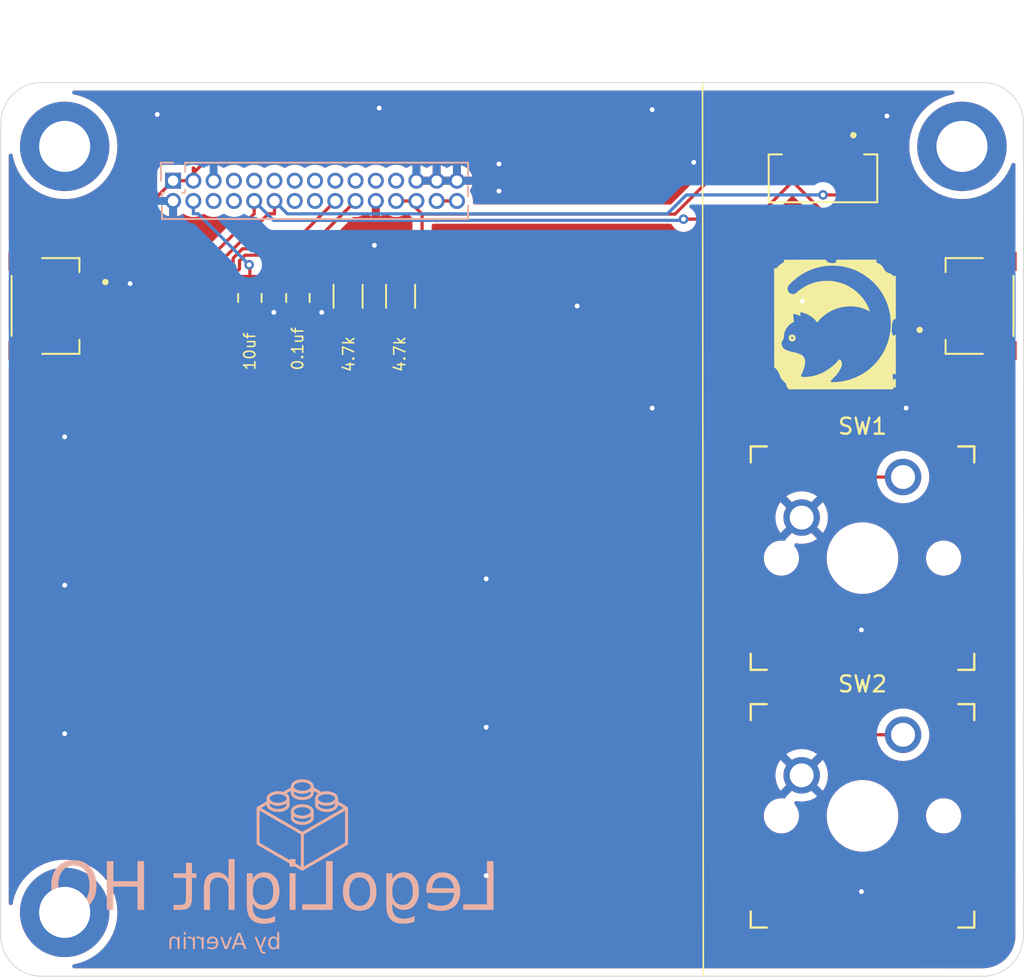
<source format=kicad_pcb>
(kicad_pcb (version 20240108) (generator "pcbnew") (generator_version "8.0")
  (layers (0 "F.Cu" signal) (31 "B.Cu" signal) (34 "B.Paste" user) (35 "F.Paste" user) (36 "B.SilkS" user "B.Silkscreen") (37 "F.SilkS" user "F.Silkscreen") (38 "B.Mask" user) (39 "F.Mask" user) (44 "Edge.Cuts" user))
  (net 0 "")
  (net 1 "GND")
  (net 2 "/IO42")
  (net 3 "+3.3V")
  (net 4 "/RXD")
  (net 5 "VBUS")
  (net 6 "/SDA")
  (net 7 "/IO40")
  (net 8 "/IO38")
  (net 9 "/IO03")
  (net 10 "/TXD")
  (net 11 "/IO39")
  (net 12 "/IO41")
  (net 13 "/IO02")
  (net 14 "/BAT")
  (net 15 "/IO21")
  (net 16 "/IO01")
  (net 17 "/IO04")
  (net 18 "/IO48")
  (net 19 "/IO18")
  (net 20 "/SCL")
  (net 21 "/IO47")
  (footprint "keyswitches:SW_MX" (layer "F.Cu") (at 83.97 79.8)
    (property "Reference" "SW1")
    (property "Value" "SW_Push")
  )
  (footprint "MountingHole:MountingHole_3.2mm_M3_DIN965_Pad" (layer "F.Cu") (at 34 102)
    (property "Reference" "REF3" (hide yes))
    (property "Value" "MountingHole_3.2mm_M3_DIN965_Pad" (hide yes))
  )
  (footprint "MountingHole:MountingHole_3.2mm_M3_DIN965_Pad" (layer "F.Cu") (at 90.2 54)
    (property "Reference" "REF1" (hide yes))
    (property "Value" "MountingHole_3.2mm_M3_DIN965_Pad" (hide yes))
  )
  (footprint "SnapEDA Library:XDCR_VEML7700-TT" (layer "F.Cu") (at 81.495 56 -90)
    (property "Reference" "J4" (hide yes))
    (property "Value" "VEML7700-TT")
  )
  (footprint "Capacitor_SMD:C_0805_2012Metric" (layer "F.Cu") (at 45.6 63.5 -90)
    (property "Reference" "C1" (hide yes))
    (property "Value" "10uf")
  )
  (footprint "SnapEDA Library:SPARKFUN_PRT-14417" (layer "F.Cu") (at 32.8 64 -90)
    (property "Reference" "J2" (hide yes))
    (property "Value" "I2C")
  )
  (footprint "MountingHole:MountingHole_3.2mm_M3_DIN965_Pad" (layer "F.Cu") (at 34 54)
    (property "Reference" "REF2" (hide yes))
    (property "Value" "MountingHole_3.2mm_M3_DIN965_Pad" (hide yes))
  )
  (footprint "SnapEDA Library:SPARKFUN_PRT-14417" (layer "F.Cu") (at 91.3 64 90)
    (property "Reference" "J3" (hide yes))
    (property "Value" "I2C")
  )
  (footprint "Resistor_SMD:R_1206_3216Metric" (layer "F.Cu") (at 55.04 63.3875 -90)
    (property "Reference" "R1" (hide yes))
    (property "Value" "4.7k")
  )
  (footprint "Resistor_SMD:R_1206_3216Metric" (layer "F.Cu") (at 51.75 63.3875 90)
    (property "Reference" "R2" (hide yes))
    (property "Value" "4.7k")
  )
  (footprint "keyswitches:SW_MX" (layer "F.Cu") (at 83.97 95.95)
    (property "Reference" "SW2")
    (property "Value" "SW_Push")
  )
  (footprint "Capacitor_SMD:C_0805_2012Metric" (layer "F.Cu") (at 48.61 63.5 -90)
    (property "Reference" "C2" (hide yes))
    (property "Value" "0.1uf")
  )
  (footprint "Connector_PinHeader_1.27mm:PinHeader_2x15_P1.27mm_Vertical" (layer "B.Cu") (at 40.79 56.15 -90)
    (property "Reference" "J1" (hide yes))
    (property "Value" "Conn_02x15_Counter_Clockwise")
  )
  (gr_poly (pts (xy 48.847317 93.659098) (xy 48.807488 93.660679) (xy 48.767913 93.663641) (xy 48.728606 93.66804) (xy 48.689582 93.673933) (xy 48.650852 93.681381) (xy 48.612434 93.690439) (xy 48.574341 93.701166) (xy 48.536588 93.71362) (xy 48.499187 93.727858) (xy 48.462154 93.74394) (xy 48.425503 93.761922) (xy 48.389249 93.781862) (xy 48.369962 93.79348) (xy 48.351256 93.805625) (xy 48.333173 93.818327) (xy 48.315758 93.831616) (xy 48.299049 93.845518) (xy 48.283093 93.860062) (xy 48.26793 93.875278) (xy 48.253604 93.891193) (xy 48.240156 93.907837) (xy 48.22763 93.925236) (xy 48.216069 93.94342) (xy 48.205514 93.962419) (xy 48.19601 93.982258) (xy 48.187596 94.002968) (xy 48.180317 94.024576) (xy 48.174217 94.047113) (xy 48.173783 94.048812) (xy 48.173297 94.050525) (xy 48.172227 94.053981) (xy 48.171118 94.057456) (xy 48.170079 94.060922) (xy 48.169621 94.062645) (xy 48.169222 94.064357) (xy 48.168895 94.066054) (xy 48.168655 94.067733) (xy 48.168515 94.069391) (xy 48.168491 94.071025) (xy 48.168593 94.072632) (xy 48.168697 94.073425) (xy 48.168837 94.074208) (xy 48.170275 94.082076) (xy 48.171308 94.089654) (xy 48.171947 94.096951) (xy 48.172202 94.103977) (xy 48.172085 94.110742) (xy 48.171607 94.117255) (xy 48.170779 94.123524) (xy 48.16961 94.12956) (xy 48.168113 94.135372) (xy 48.166298 94.140968) (xy 48.164177 94.14636) (xy 48.161759 94.151556) (xy 48.159056 94.156564) (xy 48.156078 94.161395) (xy 48.152837 94.166059) (xy 48.149344 94.170564) (xy 48.145609 94.174919) (xy 48.141644 94.179134) (xy 48.133062 94.187184) (xy 48.123689 94.194785) (xy 48.113611 94.202015) (xy 48.102914 94.208947) (xy 48.091685 94.215658) (xy 48.067982 94.228712) (xy 48.024433 94.252218) (xy 47.981135 94.276204) (xy 47.895157 94.325329) (xy 47.809763 94.375517) (xy 47.724672 94.426195) (xy 47.718889 94.429494) (xy 47.713169 94.43245) (xy 47.707497 94.435066) (xy 47.701856 94.437346) (xy 47.696228 94.439296) (xy 47.6906 94.440919) (xy 47.684952 94.442222) (xy 47.679271 94.443205) (xy 47.673538 94.443876) (xy 47.667739 94.444238) (xy 47.661856 94.444295) (xy 47.655874 94.444051) (xy 47.649776 94.443513) (xy 47.643545 94.442682) (xy 47.637167 94.441564) (xy 47.630623 94.440163) (xy 47.582636 94.42988) (xy 47.534819 94.421404) (xy 47.487177 94.414784) (xy 47.439725 94.410072) (xy 47.392469 94.407317) (xy 47.345423 94.406569) (xy 47.298593 94.40788) (xy 47.251994 94.411298) (xy 47.205632 94.416874) (xy 47.15952 94.42466) (xy 47.113666 94.434704) (xy 47.068081 94.447057) (xy 47.022776 94.461769) (xy 46.977761 94.47889) (xy 46.933044 94.498472) (xy 46.888637 94.520563) (xy 46.867955 94.53192) (xy 46.847869 94.543872) (xy 46.828431 94.556451) (xy 46.809688 94.56969) (xy 46.791687 94.583621) (xy 46.774478 94.598276) (xy 46.758109 94.613688) (xy 46.742627 94.629889) (xy 46.728081 94.64691) (xy 46.71452 94.664785) (xy 46.70199 94.683546) (xy 46.690541 94.703224) (xy 46.680221 94.723852) (xy 46.671077 94.745464) (xy 46.663159 94.76809) (xy 46.656515 94.791763) (xy 46.653953 94.803124) (xy 46.651862 94.814515) (xy 46.650204 94.825931) (xy 46.648938 94.837369) (xy 46.648028 94.848824) (xy 46.647434 94.860295) (xy 46.647045 94.883266) (xy 46.647464 94.906253) (xy 46.648383 94.929231) (xy 46.650497 94.975044) (xy 46.65064 94.98433) (xy 46.650352 94.993146) (xy 46.649615 95.001516) (xy 46.64841 95.009464) (xy 46.64672 95.017015) (xy 46.644525 95.024194) (xy 46.641807 95.031025) (xy 46.638549 95.037532) (xy 46.634731 95.043739) (xy 46.630334 95.049672) (xy 46.625342 95.055355) (xy 46.619734 95.060812) (xy 46.613492 95.066067) (xy 46.606599 95.071145) (xy 46.599036 95.076072) (xy 46.590784 95.08087) (xy 46.46797 95.149817) (xy 46.345825 95.219977) (xy 46.223776 95.290317) (xy 46.101249 95.359801) (xy 46.09136 95.365622) (xy 46.08218 95.371651) (xy 46.0737 95.377916) (xy 46.06972 95.381146) (xy 46.065912 95.384445) (xy 46.062274 95.387816) (xy 46.058804 95.391264) (xy 46.055503 95.394791) (xy 46.052368 95.398402) (xy 46.049399 95.402099) (xy 46.046594 95.405887) (xy 46.043952 95.409768) (xy 46.041472 95.413746) (xy 46.039152 95.417825) (xy 46.036992 95.422007) (xy 46.03499 95.426298) (xy 46.033146 95.430699) (xy 46.031456 95.435215) (xy 46.029922 95.439847) (xy 46.028541 95.444602) (xy 46.027312 95.449482) (xy 46.026234 95.45449) (xy 46.025307 95.459629) (xy 46.024527 95.464905) (xy 46.023895 95.470318) (xy 46.023068 95.481576) (xy 46.022816 95.49343) (xy 46.023016 97.664329) (xy 46.023284 97.675804) (xy 46.024148 97.686676) (xy 46.025607 97.696972) (xy 46.027667 97.706728) (xy 46.030327 97.715971) (xy 46.033592 97.724736) (xy 46.037464 97.733052) (xy 46.041945 97.740951) (xy 46.047038 97.748464) (xy 46.052744 97.755622) (xy 46.059068 97.762457) (xy 46.06601 97.769001) (xy 46.073573 97.775284) (xy 46.08176 97.781337) (xy 46.090574 97.787193) (xy 46.100016 97.792882) (xy 48.492176 99.172483) (xy 48.654113 99.265778) (xy 48.734935 99.312675) (xy 48.815479 99.360038) (xy 48.8241 99.364871) (xy 48.832646 99.369089) (xy 48.84113 99.372689) (xy 48.849565 99.375666) (xy 48.857963 99.378017) (xy 48.866336 99.379738) (xy 48.874696 99.380823) (xy 48.883057 99.381271) (xy 48.891428 99.381076) (xy 48.899827 99.380236) (xy 48.908263 99.378744) (xy 48.916748 99.376599) (xy 48.925296 99.373795) (xy 48.933919 99.370329) (xy 48.942629 99.366198) (xy 48.951438 99.361396) (xy 49.960097 98.779509) (xy 51.674681 97.791362) (xy 51.67964 97.788434) (xy 51.6844 97.785455) (xy 51.688961 97.782424) (xy 51.693326 97.779338) (xy 51.697501 97.776195) (xy 51.701485 97.772992) (xy 51.705283 97.769727) (xy 51.708896 97.766397) (xy 51.71233 97.763) (xy 51.715583 97.759533) (xy 51.718663 97.755994) (xy 51.72157 97.752379) (xy 51.724307 97.748689) (xy 51.726876 97.744918) (xy 51.729282 97.741064) (xy 51.731526 97.737127) (xy 51.733613 97.733102) (xy 51.735542 97.728988) (xy 51.737319 97.724781) (xy 51.738947 97.72048) (xy 51.740426 97.716082) (xy 51.741762 97.711584) (xy 51.742956 97.706983) (xy 51.744011 97.702279) (xy 51.74493 97.697467) (xy 51.745715 97.692547) (xy 51.746899 97.682366) (xy 51.747584 97.671718) (xy 51.747792 97.660582) (xy 51.747801 97.588948) (xy 51.561137 97.588948) (xy 51.560988 97.595257) (xy 51.560525 97.601207) (xy 51.559741 97.606819) (xy 51.558634 97.612112) (xy 51.557199 97.617112) (xy 51.555434 97.621837) (xy 51.553332 97.626311) (xy 51.550892 97.630553) (xy 51.54811 97.634588) (xy 51.54498 97.638435) (xy 51.541501 97.642117) (xy 51.537667 97.645654) (xy 51.533474 97.64907) (xy 51.52892 97.652384) (xy 51.524 97.655621) (xy 51.518711 97.658799) (xy 49.084593 99.064207) (xy 49.07281 99.070891) (xy 49.060955 99.077404) (xy 49.037201 99.090018) (xy 48.990667 99.114286) (xy 48.989321 99.112751) (xy 48.988079 99.111232) (xy 48.986934 99.109729) (xy 48.985883 99.108243) (xy 48.984923 99.106771) (xy 48.984047 99.105315) (xy 48.983255 99.103873) (xy 48.982542 99.102445) (xy 48.981336 99.099631) (xy 48.980397 99.096872) (xy 48.979695 99.094163) (xy 48.979199 99.091503) (xy 48.978877 99.088889) (xy 48.978698 99.086318) (xy 48.978677 99.085479) (xy 48.793375 99.085479) (xy 48.793194 99.08892) (xy 48.793004 99.090633) (xy 48.792739 99.092338) (xy 48.79239 99.094036) (xy 48.791951 99.095722) (xy 48.791414 99.097396) (xy 48.790771 99.099055) (xy 48.790016 99.1007) (xy 48.789141 99.102327) (xy 48.788138 99.103935) (xy 48.787001 99.105523) (xy 48.785722 99.107088) (xy 48.784293 99.108629) (xy 48.782707 99.110145) (xy 48.780957 99.111633) (xy 48.779036 99.113092) (xy 48.776935 99.114521) (xy 48.697994 99.07008) (xy 48.65821 99.047587) (xy 48.618446 99.024826) (xy 46.26025 97.664335) (xy 46.253498 97.660252) (xy 46.247297 97.656086) (xy 46.244399 97.653964) (xy 46.241631 97.651813) (xy 46.238995 97.649628) (xy 46.236485 97.647407) (xy 46.234103 97.645148) (xy 46.231844 97.642849) (xy 46.229707 97.640505) (xy 46.22769 97.638114) (xy 46.225793 97.635673) (xy 46.224011 97.633179) (xy 46.222343 97.630629) (xy 46.220787 97.628021) (xy 46.219343 97.625352) (xy 46.218007 97.622618) (xy 46.216778 97.619817) (xy 46.215653 97.616945) (xy 46.214631 97.614001) (xy 46.21371 97.610982) (xy 46.212887 97.607883) (xy 46.212163 97.604702) (xy 46.211531 97.601437) (xy 46.210994 97.598086) (xy 46.210191 97.591108) (xy 46.209736 97.583746) (xy 46.209615 97.575976) (xy 46.210472 96.616112) (xy 46.210472 95.640737) (xy 46.216617 95.641029) (xy 46.222429 95.641679) (xy 46.227932 95.642653) (xy 46.233153 95.64392) (xy 46.238114 95.645448) (xy 46.242844 95.647202) (xy 46.247366 95.649151) (xy 46.251704 95.651262) (xy 46.255886 95.653502) (xy 46.259936 95.655839) (xy 46.267737 95.660674) (xy 46.275311 95.665504) (xy 46.282857 95.670071) (xy 46.688861 95.904025) (xy 48.748119 97.090206) (xy 48.754232 97.093909) (xy 48.757091 97.095791) (xy 48.75982 97.097698) (xy 48.762424 97.09963) (xy 48.764903 97.101591) (xy 48.767261 97.103582) (xy 48.769498 97.105607) (xy 48.771618 97.107667) (xy 48.773622 97.109764) (xy 48.775514 97.111902) (xy 48.777294 97.114081) (xy 48.778966 97.116306) (xy 48.780531 97.118576) (xy 48.781992 97.120896) (xy 48.78335 97.123267) (xy 48.78461 97.125692) (xy 48.785771 97.128172) (xy 48.786837 97.130711) (xy 48.787809 97.133311) (xy 48.788691 97.135973) (xy 48.789484 97.1387) (xy 48.79019 97.141495) (xy 48.790812 97.144359) (xy 48.791352 97.147295) (xy 48.791812 97.150306) (xy 48.792501 97.156558) (xy 48.792897 97.163134) (xy 48.793018 97.170054) (xy 48.791923 99.061886) (xy 48.792009 99.06511) (xy 48.792234 99.068405) (xy 48.792864 99.075155) (xy 48.793151 99.078583) (xy 48.793341 99.082029) (xy 48.793375 99.085479) (xy 48.978677 99.085479) (xy 48.978632 99.083788) (xy 48.978647 99.081297) (xy 48.978904 99.071665) (xy 48.977939 97.163758) (xy 48.978124 97.156876) (xy 48.978699 97.150417) (xy 48.979658 97.144356) (xy 48.980995 97.138667) (xy 48.981804 97.135954) (xy 48.982706 97.133325) (xy 48.983699 97.130775) (xy 48.984783 97.128302) (xy 48.987224 97.123574) (xy 48.99002 97.119115) (xy 48.993168 97.114899) (xy 48.996661 97.110899) (xy 49.000493 97.107091) (xy 49.00466 97.103447) (xy 49.009155 97.099942) (xy 49.013974 97.096552) (xy 49.01911 97.093248) (xy 49.024559 97.090006) (xy 50.143086 96.445566) (xy 51.545073 95.637601) (xy 51.54815 95.642505) (xy 51.55079 95.647195) (xy 51.553028 95.651687) (xy 51.554895 95.655991) (xy 51.556426 95.660123) (xy 51.557652 95.664094) (xy 51.558606 95.667916) (xy 51.559321 95.671603) (xy 51.55983 95.675167) (xy 51.560165 95.678623) (xy 51.560358 95.681982) (xy 51.560444 95.685257) (xy 51.560355 95.697781) (xy 51.561137 97.588948) (xy 51.747801 97.588948) (xy 51.748058 95.495262) (xy 51.747788 95.482968) (xy 51.746903 95.471325) (xy 51.746074 95.465261) (xy 51.439428 95.465261) (xy 51.439405 95.466818) (xy 51.436799 95.470155) (xy 51.434043 95.473306) (xy 51.43115 95.476285) (xy 51.428132 95.479108) (xy 51.425 95.481787) (xy 51.421766 95.484338) (xy 51.418442 95.486776) (xy 51.41504 95.489115) (xy 51.411571 95.491368) (xy 51.408048 95.493553) (xy 51.400886 95.497768) (xy 51.386433 95.505999) (xy 50.6 95.961948) (xy 48.939149 96.922598) (xy 48.931373 96.926869) (xy 48.923867 96.930484) (xy 48.916594 96.933454) (xy 48.909521 96.935795) (xy 48.902617 96.937522) (xy 48.895846 96.93865) (xy 48.889175 96.939193) (xy 48.882572 96.939166) (xy 48.876001 96.938582) (xy 48.86943 96.937458) (xy 48.862824 96.935809) (xy 48.856151 96.933646) (xy 48.849377 96.930988) (xy 48.842468 96.927847) (xy 48.835391 96.924238) (xy 48.828112 96.920176) (xy 46.423981 95.528713) (xy 46.370788 95.500819) (xy 46.364197 95.496775) (xy 46.357733 95.492423) (xy 46.351432 95.487712) (xy 46.345325 95.482585) (xy 46.339448 95.476989) (xy 46.333833 95.470867) (xy 46.331136 95.467593) (xy 46.328517 95.464168) (xy 46.325981 95.460583) (xy 46.323533 95.456833) (xy 46.642423 95.271496) (xy 46.646109 95.289008) (xy 46.650285 95.306015) (xy 46.65494 95.322527) (xy 46.660066 95.338553) (xy 46.665653 95.354105) (xy 46.671693 95.369192) (xy 46.685094 95.398011) (xy 46.700197 95.425092) (xy 46.716928 95.450515) (xy 46.735214 95.474362) (xy 46.754984 95.496712) (xy 46.776166 95.517647) (xy 46.798684 95.537248) (xy 46.822469 95.555594) (xy 46.847446 95.572768) (xy 46.873544 95.588849) (xy 46.900689 95.60392) (xy 46.92881 95.618059) (xy 46.957832 95.631348) (xy 46.975924 95.639019) (xy 46.994135 95.646249) (xy 47.012463 95.653045) (xy 47.030902 95.659414) (xy 47.04945 95.665365) (xy 47.068103 95.670902) (xy 47.086859 95.676034) (xy 47.105712 95.680767) (xy 47.124662 95.685109) (xy 47.143701 95.689066) (xy 47.182041 95.695854) (xy 47.220705 95.701187) (xy 47.259664 95.705121) (xy 47.299695 95.707913) (xy 47.33953 95.709575) (xy 47.379152 95.710054) (xy 47.418545 95.709295) (xy 47.457693 95.707244) (xy 47.49658 95.703847) (xy 47.535188 95.699052) (xy 47.573503 95.692803) (xy 47.611507 95.685046) (xy 47.649184 95.675729) (xy 47.686519 95.664798) (xy 47.723494 95.652196) (xy 47.760093 95.637872) (xy 47.7963 95.621772) (xy 47.832099 95.603841) (xy 47.867474 95.584025) (xy 47.893786 95.567653) (xy 47.918692 95.550424) (xy 47.942132 95.5323) (xy 47.964047 95.513252) (xy 47.984381 95.493244) (xy 47.993936 95.48287) (xy 48.003075 95.472244) (xy 48.011788 95.461361) (xy 48.020069 95.450218) (xy 48.027911 95.438809) (xy 48.035307 95.42713) (xy 48.04225 95.415179) (xy 48.04873 95.40295) (xy 48.054742 95.390439) (xy 48.060279 95.377642) (xy 48.065333 95.364556) (xy 48.069897 95.351174) (xy 48.073963 95.337494) (xy 48.077525 95.323511) (xy 48.080574 95.309221) (xy 48.083104 95.294621) (xy 48.085108 95.279704) (xy 48.086577 95.264469) (xy 48.087506 95.248908) (xy 48.087886 95.233021) (xy 48.087827 95.227588) (xy 47.89935 95.227588) (xy 47.8993 95.237283) (xy 47.898826 95.246698) (xy 47.897939 95.255838) (xy 47.89665 95.264712) (xy 47.894974 95.273326) (xy 47.89292 95.281689) (xy 47.890501 95.289806) (xy 47.887729 95.297685) (xy 47.884615 95.305333) (xy 47.881172 95.312756) (xy 47.877413 95.319964) (xy 47.873347 95.32696) (xy 47.868989 95.333755) (xy 47.859439 95.346765) (xy 47.848858 95.35905) (xy 47.837342 95.370666) (xy 47.824988 95.38167) (xy 47.811889 95.39212) (xy 47.798143 95.402071) (xy 47.783843 95.41158) (xy 47.769086 95.420705) (xy 47.753966 95.429503) (xy 47.729795 95.442496) (xy 47.705324 95.454277) (xy 47.680549 95.46489) (xy 47.655466 95.474377) (xy 47.630071 95.482782) (xy 47.60436 95.490147) (xy 47.578331 95.496517) (xy 47.551977 95.501935) (xy 47.525297 95.506444) (xy 47.498285 95.510086) (xy 47.470939 95.512906) (xy 47.443253 95.514947) (xy 47.415225 95.516251) (xy 47.386851 95.516863) (xy 47.358126 95.516825) (xy 47.329046 95.516181) (xy 47.310941 95.515585) (xy 47.292821 95.515114) (xy 47.283773 95.514777) (xy 47.274743 95.514293) (xy 47.265739 95.513605) (xy 47.256767 95.512649) (xy 47.231944 95.509336) (xy 47.207315 95.505518) (xy 47.182905 95.501137) (xy 47.15874 95.496136) (xy 47.134847 95.490455) (xy 47.111249 95.484039) (xy 47.087972 95.476828) (xy 47.065041 95.468767) (xy 47.042483 95.459797) (xy 47.020322 95.449859) (xy 46.998585 95.438896) (xy 46.977296 95.426851) (xy 46.956479 95.413667) (xy 46.936162 95.399284) (xy 46.91637 95.383647) (xy 46.897127 95.366695) (xy 46.887968 95.357749) (xy 46.879484 95.348551) (xy 46.871695 95.339089) (xy 46.864619 95.329351) (xy 46.858278 95.319327) (xy 46.85269 95.309004) (xy 46.850184 95.303728) (xy 46.847874 95.298372) (xy 46.845762 95.292936) (xy 46.84385 95.287419) (xy 46.842142 95.281818) (xy 46.840638 95.276133) (xy 46.839342 95.270362) (xy 46.838257 95.264504) (xy 46.837384 95.258557) (xy 46.836727 95.252519) (xy 46.836286 95.24639) (xy 46.836065 95.240168) (xy 46.836068 95.233852) (xy 46.836295 95.227439) (xy 46.836749 95.220929) (xy 46.837433 95.214321) (xy 46.838349 95.207612) (xy 46.839499 95.200802) (xy 46.840887 95.193889) (xy 46.842514 95.186871) (xy 46.90816 95.21824) (xy 46.973763 95.245436) (xy 47.039321 95.268465) (xy 47.104829 95.287329) (xy 47.170283 95.302033) (xy 47.235682 95.312579) (xy 47.301021 95.318971) (xy 47.366296 95.321212) (xy 47.431504 95.319306) (xy 47.496641 95.313256) (xy 47.561705 95.303067) (xy 47.626691 95.28874) (xy 47.691594 95.270281) (xy 47.756414 95.247691) (xy 47.821145 95.220974) (xy 47.885786 95.190135) (xy 47.886983 95.19095) (xy 47.888102 95.191771) (xy 47.889146 95.192599) (xy 47.890118 95.193432) (xy 47.891021 95.194269) (xy 47.891855 95.19511) (xy 47.892626 95.195956) (xy 47.893336 95.196807) (xy 47.893986 95.19766) (xy 47.89458 95.198518) (xy 47.89512 95.199379) (xy 47.895611 95.20024) (xy 47.896053 95.201107) (xy 47.89645 95.201974) (xy 47.896804 95.202844) (xy 47.897118 95.203714) (xy 47.897639 95.20546) (xy 47.898033 95.207208) (xy 47.898323 95.208955) (xy 47.898529 95.210701) (xy 47.898675 95.212441) (xy 47.898781 95.214172) (xy 47.898962 95.217605) (xy 47.89935 95.227588) (xy 48.087827 95.227588) (xy 48.08771 95.216801) (xy 48.086971 95.200245) (xy 48.084948 95.158521) (xy 48.083849 95.116739) (xy 48.08348 95.074912) (xy 48.083647 95.033053) (xy 48.085769 94.867981) (xy 47.895302 94.867981) (xy 47.894825 94.876155) (xy 47.893799 94.884309) (xy 47.892223 94.892439) (xy 47.890097 94.90054) (xy 47.887421 94.908604) (xy 47.884196 94.916629) (xy 47.880422 94.924607) (xy 47.876098 94.932534) (xy 47.871224 94.940404) (xy 47.8658 94.948213) (xy 47.859827 94.955953) (xy 47.853305 94.963621) (xy 47.846233 94.971211) (xy 47.838611 94.978716) (xy 47.830442 94.986133) (xy 47.821721 94.993454) (xy 47.814353 94.999302) (xy 47.806892 95.005006) (xy 47.799338 95.010566) (xy 47.791692 95.015983) (xy 47.783954 95.021257) (xy 47.776122 95.02639) (xy 47.768199 95.031379) (xy 47.760183 95.036227) (xy 47.752074 95.040934) (xy 47.743873 95.045501) (xy 47.735579 95.049927) (xy 47.727194 95.054214) (xy 47.718716 95.058361) (xy 47.710145 95.062369) (xy 47.692726 95.06997) (xy 47.664368 95.081083) (xy 47.635851 95.090913) (xy 47.607189 95.099503) (xy 47.578392 95.106898) (xy 47.549472 95.113138) (xy 47.520441 95.118268) (xy 47.49131 95.122327) (xy 47.46209 95.12536) (xy 47.432795 95.127408) (xy 47.403434 95.128513) (xy 47.37402 95.12872) (xy 47.344565 95.128071) (xy 47.31508 95.126606) (xy 47.285576 95.12437) (xy 47.256065 95.121403) (xy 47.22656 95.117751) (xy 47.200918 95.114) (xy 47.175433 95.10963) (xy 47.150155 95.104549) (xy 47.125129 95.09867) (xy 47.100402 95.091901) (xy 47.076021 95.084154) (xy 47.052034 95.075338) (xy 47.028488 95.065365) (xy 47.005429 95.054143) (xy 46.982905 95.041584) (xy 46.960962 95.027598) (xy 46.939649 95.012094) (xy 46.919012 94.994984) (xy 46.899098 94.976178) (xy 46.879954 94.955585) (xy 46.861627 94.933117) (xy 46.855737 94.920079) (xy 46.850814 94.90749) (xy 46.846868 94.895309) (xy 46.843907 94.8835) (xy 46.841938 94.872025) (xy 46.84133 94.866401) (xy 46.840973 94.860846) (xy 46.840868 94.855354) (xy 46.841016 94.849924) (xy 46.84142 94.844547) (xy 46.84208 94.83922) (xy 46.842998 94.83394) (xy 46.844172 94.828699) (xy 46.845606 94.823494) (xy 46.8473 94.818321) (xy 46.849256 94.813173) (xy 46.851474 94.808047) (xy 46.856702 94.797841) (xy 46.862992 94.787664) (xy 46.870353 94.777478) (xy 46.878794 94.767245) (xy 46.888323 94.756927) (xy 46.897355 94.747939) (xy 46.906629 94.739308) (xy 46.916138 94.731028) (xy 46.925872 94.72309) (xy 46.935825 94.715487) (xy 46.945989 94.70821) (xy 46.956355 94.70125) (xy 46.966914 94.694602) (xy 46.97766 94.688255) (xy 46.988585 94.682202) (xy 46.999679 94.676436) (xy 47.010935 94.670948) (xy 47.022347 94.66573) (xy 47.033903 94.660774) (xy 47.045597 94.656071) (xy 47.057423 94.651616) (xy 47.091934 94.639804) (xy 47.12652 94.629497) (xy 47.161177 94.620676) (xy 47.195901 94.613318) (xy 47.230687 94.6074) (xy 47.26553 94.602901) (xy 47.300429 94.599798) (xy 47.335378 94.59807) (xy 47.370372 94.597694) (xy 47.405408 94.598649) (xy 47.440483 94.600912) (xy 47.475591 94.604461) (xy 47.510729 94.609274) (xy 47.545892 94.61533) (xy 47.581077 94.622605) (xy 47.616279 94.631079) (xy 47.6308 94.634989) (xy 47.645204 94.639223) (xy 47.659479 94.643793) (xy 47.673615 94.648708) (xy 47.6876 94.653982) (xy 47.701421 94.659626) (xy 47.715068 94.665652) (xy 47.72853 94.672072) (xy 47.741794 94.678897) (xy 47.754848 94.686139) (xy 47.767682 94.69381) (xy 47.780285 94.70192) (xy 47.792643 94.710484) (xy 47.804746 94.719511) (xy 47.816582 94.729013) (xy 47.82814 94.739002) (xy 47.836463 94.746748) (xy 47.844235 94.754563) (xy 47.851458 94.762438) (xy 47.85813 94.770369) (xy 47.864253 94.778352) (xy 47.869826 94.78638) (xy 47.874848 94.794448) (xy 47.87932 94.802551) (xy 47.883242 94.810683) (xy 47.886615 94.81884) (xy 47.889437 94.827015) (xy 47.89171 94.835203) (xy 47.893433 94.843399) (xy 47.894606 94.851598) (xy 47.895229 94.859793) (xy 47.895302 94.867981) (xy 48.085769 94.867981) (xy 48.085801 94.865553) (xy 48.085565 94.851508) (xy 48.084733 94.837684) (xy 48.083318 94.824074) (xy 48.08133 94.810672) (xy 48.078781 94.797472) (xy 48.075679 94.784466) (xy 48.072038 94.771649) (xy 48.067866 94.759013) (xy 48.063175 94.746553) (xy 48.057976 94.734261) (xy 48.05228 94.722131) (xy 48.046097 94.710157) (xy 48.039438 94.698332) (xy 48.032315 94.686649) (xy 48.024737 94.675102) (xy 48.016716 94.663684) (xy 48.010617 94.655617) (xy 48.004248 94.647805) (xy 47.997632 94.640215) (xy 47.990793 94.632811) (xy 47.983753 94.625552) (xy 47.976535 94.618405) (xy 47.961656 94.604299) (xy 47.930771 94.575811) (xy 47.915132 94.560847) (xy 47.907344 94.553056) (xy 47.899607 94.545011) (xy 47.93241 94.526729) (xy 47.964572 94.507769) (xy 48.028632 94.469321) (xy 48.061357 94.450585) (xy 48.078074 94.441504) (xy 48.095097 94.432676) (xy 48.112478 94.424149) (xy 48.130268 94.415969) (xy 48.148517 94.408184) (xy 48.167281 94.400842) (xy 48.167518 94.454442) (xy 48.167512 94.477655) (xy 48.167155 94.499835) (xy 48.167129 94.516672) (xy 48.167966 94.533171) (xy 48.169646 94.549336) (xy 48.17215 94.565176) (xy 48.175458 94.580696) (xy 48.179551 94.595902) (xy 48.184409 94.610802) (xy 48.190012 94.625401) (xy 48.196341 94.639707) (xy 48.203376 94.653725) (xy 48.211098 94.667462) (xy 48.219487 94.680925) (xy 48.228523 94.69412) (xy 48.238187 94.707054) (xy 48.24846 94.719732) (xy 48.259321 94.732162) (xy 48.27141 94.745073) (xy 48.283837 94.757497) (xy 48.296591 94.769446) (xy 48.309667 94.78093) (xy 48.323054 94.791961) (xy 48.336747 94.80255) (xy 48.350736 94.812707) (xy 48.365014 94.822444) (xy 48.379572 94.831772) (xy 48.394403 94.840702) (xy 48.409499 94.849246) (xy 48.424852 94.857415) (xy 48.440453 94.865218) (xy 48.456296 94.872667) (xy 48.472371 94.879775) (xy 48.488672 94.886552) (xy 48.525374 94.9005) (xy 48.562436 94.912922) (xy 48.599845 94.923835) (xy 48.637583 94.933262) (xy 48.675638 94.941222) (xy 48.713996 94.947736) (xy 48.75264 94.952824) (xy 48.791558 94.956505) (xy 48.831986 94.959041) (xy 48.872192 94.96041) (xy 48.912159 94.960552) (xy 48.95187 94.959409) (xy 48.991305 94.956923) (xy 49.030446 94.953034) (xy 49.069273 94.947682) (xy 49.107769 94.940811) (xy 49.145914 94.932361) (xy 49.18369 94.922271) (xy 49.221077 94.910485) (xy 49.258058 94.896943) (xy 49.294615 94.881585) (xy 49.330727 94.864354) (xy 49.366376 94.845189) (xy 49.401545 94.824033) (xy 49.425356 94.808191) (xy 49.447988 94.791602) (xy 49.469379 94.774234) (xy 49.48946 94.75606) (xy 49.508168 94.737051) (xy 49.525433 94.717176) (xy 49.533505 94.706905) (xy 49.541192 94.696407) (xy 49.548485 94.685679) (xy 49.555377 94.674715) (xy 49.561859 94.663514) (xy 49.567924 94.652071) (xy 49.573562 94.640384) (xy 49.578765 94.628446) (xy 49.583526 94.616257) (xy 49.587836 94.60381) (xy 49.591687 94.591105) (xy 49.595069 94.578136) (xy 49.597977 94.5649) (xy 49.6004 94.551392) (xy 49.602332 94.537611) (xy 49.603762 94.523551) (xy 49.604684 94.509211) (xy 49.605038 94.496384) (xy 49.414085 94.496384) (xy 49.41319 94.509876) (xy 49.41139 94.522927) (xy 49.408679 94.535551) (xy 49.405056 94.547758) (xy 49.400518 94.559564) (xy 49.395062 94.57098) (xy 49.388685 94.582019) (xy 49.381385 94.592695) (xy 49.373159 94.60302) (xy 49.364003 94.613008) (xy 49.353915 94.62267) (xy 49.342892 94.632021) (xy 49.32749 94.643964) (xy 49.311754 94.655378) (xy 49.295667 94.666246) (xy 49.287488 94.671468) (xy 49.279215 94.676545) (xy 49.270848 94.681475) (xy 49.262384 94.686256) (xy 49.253821 94.690885) (xy 49.245158 94.69536) (xy 49.236393 94.699678) (xy 49.227524 94.703836) (xy 49.218548 94.707832) (xy 49.209465 94.711664) (xy 49.184939 94.721174) (xy 49.16027 94.729664) (xy 49.135449 94.737178) (xy 49.110464 94.743757) (xy 49.085306 94.749444) (xy 49.059962 94.754281) (xy 49.034424 94.758312) (xy 49.00868 94.761579) (xy 48.98272 94.764125) (xy 48.956533 94.765991) (xy 48.930109 94.767221) (xy 48.903437 94.767859) (xy 48.849308 94.767523) (xy 48.794059 94.765324) (xy 48.769126 94.762697) (xy 48.744386 94.75954) (xy 48.719859 94.7558) (xy 48.695564 94.751428) (xy 48.671519 94.746373) (xy 48.647744 94.740583) (xy 48.624257 94.734009) (xy 48.60108 94.726599) (xy 48.578228 94.718302) (xy 48.555724 94.709068) (xy 48.533585 94.698847) (xy 48.511829 94.687587) (xy 48.490478 94.675237) (xy 48.46955 94.661747) (xy 48.449063 94.647066) (xy 48.429036 94.631143) (xy 48.418177 94.621596) (xy 48.408084 94.611751) (xy 48.39878 94.601596) (xy 48.390282 94.591116) (xy 48.382613 94.580299) (xy 48.379096 94.57476) (xy 48.375793 94.569131) (xy 48.372707 94.56341) (xy 48.369842 94.557598) (xy 48.367198 94.551689) (xy 48.364779 94.545686) (xy 48.362588 94.539584) (xy 48.360627 94.533382) (xy 48.358898 94.527079) (xy 48.357404 94.520674) (xy 48.356147 94.514164) (xy 48.355131 94.507546) (xy 48.354358 94.500821) (xy 48.35383 94.493986) (xy 48.353549 94.48704) (xy 48.353519 94.479981) (xy 48.353741 94.472806) (xy 48.354218 94.465516) (xy 48.354954 94.458107) (xy 48.35595 94.450578) (xy 48.357209 94.442927) (xy 48.358733 94.435153) (xy 48.424381 94.467071) (xy 48.490031 94.494729) (xy 48.55568 94.518135) (xy 48.621329 94.537292) (xy 48.686975 94.552207) (xy 48.752619 94.562884) (xy 48.818258 94.569329) (xy 48.883893 94.571548) (xy 48.949519 94.569543) (xy 49.01514 94.563322) (xy 49.080753 94.552891) (xy 49.146356 94.538252) (xy 49.211949 94.519413) (xy 49.27753 94.496377) (xy 49.343098 94.469152) (xy 49.408652 94.43774) (xy 49.411356 94.453128) (xy 49.413165 94.468023) (xy 49.414076 94.482436) (xy 49.414085 94.496384) (xy 49.605038 94.496384) (xy 49.605089 94.494584) (xy 49.604969 94.479668) (xy 49.604315 94.46446) (xy 49.60382 94.457131) (xy 49.603451 94.449625) (xy 49.603427 94.445847) (xy 49.603572 94.442075) (xy 49.603932 94.438325) (xy 49.604553 94.434614) (xy 49.604976 94.432779) (xy 49.605482 94.430959) (xy 49.606075 94.429156) (xy 49.606763 94.427374) (xy 49.60755 94.425615) (xy 49.608443 94.423879) (xy 49.609447 94.42217) (xy 49.610568 94.420489) (xy 49.611812 94.418839) (xy 49.613184 94.417221) (xy 49.614691 94.415638) (xy 49.616338 94.41409) (xy 49.61813 94.412583) (xy 49.620074 94.411115) (xy 49.622175 94.409691) (xy 49.624439 94.408312) (xy 49.634374 94.411981) (xy 49.644175 94.415994) (xy 49.653866 94.420323) (xy 49.663473 94.424941) (xy 49.673022 94.429819) (xy 49.68254 94.43493) (xy 49.70158 94.445739) (xy 49.740405 94.468927) (xy 49.760602 94.480861) (xy 49.781595 94.492726) (xy 49.786886 94.496266) (xy 49.79231 94.499633) (xy 49.803452 94.506015) (xy 49.826255 94.518503) (xy 49.831923 94.521805) (xy 49.837531 94.52526) (xy 49.843055 94.528909) (xy 49.848469 94.532792) (xy 49.853751 94.536951) (xy 49.858876 94.541425) (xy 49.863821 94.546256) (xy 49.868561 94.551484) (xy 49.827542 94.586594) (xy 49.810169 94.602214) (xy 49.793816 94.618273) (xy 49.778501 94.634787) (xy 49.764251 94.651774) (xy 49.751085 94.669252) (xy 49.739028 94.687235) (xy 49.728103 94.705742) (xy 49.718333 94.724789) (xy 49.709738 94.744395) (xy 49.702344 94.764574) (xy 49.696172 94.785343) (xy 49.691247 94.806721) (xy 49.687589 94.828725) (xy 49.685222 94.851369) (xy 49.684169 94.874673) (xy 49.684454 94.898652) (xy 49.686911 94.978111) (xy 49.687865 95.057657) (xy 49.687705 95.09743) (xy 49.687081 95.137187) (xy 49.685964 95.176915) (xy 49.684326 95.216602) (xy 49.683827 95.244665) (xy 49.685055 95.271828) (xy 49.687982 95.298091) (xy 49.692576 95.323454) (xy 49.698807 95.34792) (xy 49.706647 95.371488) (xy 49.716065 95.394159) (xy 49.72703 95.415934) (xy 49.739513 95.436814) (xy 49.753484 95.456798) (xy 49.768915 95.475889) (xy 49.785773 95.494086) (xy 49.804028 95.511391) (xy 49.823654 95.527802) (xy 49.844617 95.543323) (xy 49.866889 95.557953) (xy 49.927678 95.593148) (xy 49.988781 95.623722) (xy 50.050182 95.64974) (xy 50.111862 95.671269) (xy 50.173807 95.688372) (xy 50.235997 95.701117) (xy 50.298416 95.709568) (xy 50.361047 95.713791) (xy 50.423873 95.713852) (xy 50.486876 95.709815) (xy 50.550041 95.701747) (xy 50.61335 95.689712) (xy 50.676785 95.673778) (xy 50.74033 95.654008) (xy 50.803968 95.630468) (xy 50.867682 95.603224) (xy 50.889937 95.592505) (xy 50.911454 95.580964) (xy 50.932194 95.568583) (xy 50.952119 95.555346) (xy 50.971191 95.541238) (xy 50.989373 95.526242) (xy 51.006623 95.510342) (xy 51.022905 95.493523) (xy 51.038181 95.475768) (xy 51.052412 95.45706) (xy 51.065561 95.437384) (xy 51.077587 95.416723) (xy 51.088454 95.395062) (xy 51.098122 95.372383) (xy 51.106554 95.348673) (xy 51.113711 95.323912) (xy 51.114708 95.320287) (xy 51.115781 95.316871) (xy 51.116926 95.313661) (xy 51.118145 95.310654) (xy 51.119438 95.30785) (xy 51.120803 95.305246) (xy 51.122241 95.302838) (xy 51.12375 95.300626) (xy 51.125331 95.298606) (xy 51.126983 95.296777) (xy 51.128705 95.295136) (xy 51.130496 95.293683) (xy 51.132358 95.292412) (xy 51.134288 95.291323) (xy 51.136286 95.290412) (xy 51.138353 95.28968) (xy 51.140488 95.289121) (xy 51.14269 95.288736) (xy 51.144958 95.288521) (xy 51.147292 95.288473) (xy 51.149693 95.288591) (xy 51.152159 95.288873) (xy 51.154688 95.289316) (xy 51.157283 95.289919) (xy 51.159941 95.290677) (xy 51.162664 95.29159) (xy 51.165449 95.292655) (xy 51.168296 95.293871) (xy 51.171206 95.295233) (xy 51.174177 95.296742) (xy 51.17721 95.298394) (xy 51.180302 95.300186) (xy 51.23912 95.33495) (xy 51.298121 95.369407) (xy 51.41616 95.438259) (xy 51.424415 95.442997) (xy 51.426444 95.444261) (xy 51.42841 95.445595) (xy 51.43029 95.447016) (xy 51.432061 95.448543) (xy 51.432898 95.449351) (xy 51.433698 95.450194) (xy 51.434459 95.451073) (xy 51.435177 95.45199) (xy 51.43585 95.452947) (xy 51.436475 95.453948) (xy 51.437048 95.454993) (xy 51.437567 95.456086) (xy 51.438029 95.457229) (xy 51.43843 95.458423) (xy 51.438768 95.459673) (xy 51.43904 95.460979) (xy 51.439243 95.462344) (xy 51.439373 95.463771) (xy 51.439428 95.465261) (xy 51.746074 95.465261) (xy 51.745396 95.460302) (xy 51.743261 95.449866) (xy 51.74049 95.439982) (xy 51.737076 95.430618) (xy 51.733013 95.42174) (xy 51.728294 95.413316) (xy 51.722909 95.405314) (xy 51.716855 95.397697) (xy 51.710124 95.390435) (xy 51.702707 95.383495) (xy 51.6946 95.376843) (xy 51.685793 95.370445) (xy 51.676283 95.364268) (xy 51.666059 95.358281) (xy 51.452998 95.236121) (xy 50.935091 95.236121) (xy 50.934866 95.247897) (xy 50.933829 95.259317) (xy 50.932006 95.2704) (xy 50.929425 95.28116) (xy 50.926113 95.291617) (xy 50.922097 95.301785) (xy 50.917405 95.311683) (xy 50.912063 95.321326) (xy 50.906098 95.330734) (xy 50.899538 95.33992) (xy 50.892412 95.348904) (xy 50.884744 95.357701) (xy 50.876738 95.366176) (xy 50.868483 95.374299) (xy 50.859989 95.382084) (xy 50.851268 95.389543) (xy 50.842327 95.39669) (xy 50.833179 95.403538) (xy 50.823833 95.4101) (xy 50.814299 95.416387) (xy 50.804586 95.422414) (xy 50.794706 95.428195) (xy 50.784669 95.43374) (xy 50.774485 95.439064) (xy 50.764162 95.444181) (xy 50.753713 95.449101) (xy 50.743146 95.453838) (xy 50.732473 95.458407) (xy 50.704205 95.469557) (xy 50.675777 95.479447) (xy 50.647198 95.488117) (xy 50.618477 95.495611) (xy 50.589625 95.501971) (xy 50.560652 95.50724) (xy 50.531569 95.51146) (xy 50.502385 95.514673) (xy 50.473111 95.516922) (xy 50.443755 95.518249) (xy 50.41433 95.518697) (xy 50.384846 95.518307) (xy 50.355311 95.517124) (xy 50.325736 95.515189) (xy 50.296131 95.512543) (xy 50.266507 95.509231) (xy 50.243204 95.506085) (xy 50.220065 95.502347) (xy 50.197119 95.497974) (xy 50.174396 95.49292) (xy 50.151923 95.487146) (xy 50.129731 95.480604) (xy 50.107847 95.473251) (xy 50.086301 95.465043) (xy 50.065122 95.455937) (xy 50.044338 95.445889) (xy 50.023979 95.434855) (xy 50.004073 95.422792) (xy 49.984649 95.409654) (xy 49.965736 95.395399) (xy 49.947363 95.379982) (xy 49.929559 95.363361) (xy 49.920633 95.354144) (xy 49.912395 95.34472) (xy 49.904867 95.335072) (xy 49.898069 95.325181) (xy 49.892024 95.315032) (xy 49.886752 95.304607) (xy 49.884413 95.299284) (xy 49.882275 95.293886) (xy 49.880342 95.28841) (xy 49.878616 95.282854) (xy 49.877099 95.277216) (xy 49.875796 95.271493) (xy 49.874706 95.265684) (xy 49.873835 95.259787) (xy 49.873184 95.253797) (xy 49.872755 95.247715) (xy 49.872553 95.241538) (xy 49.872578 95.235263) (xy 49.872836 95.228888) (xy 49.873326 95.222412) (xy 49.874054 95.215831) (xy 49.87502 95.209144) (xy 49.876229 95.202349) (xy 49.877681 95.195443) (xy 49.879382 95.188426) (xy 49.881332 95.181292) (xy 49.89915 95.191758) (xy 49.917023 95.201774) (xy 49.93497 95.211344) (xy 49.953013 95.220474) (xy 49.971173 95.229169) (xy 49.989471 95.237433) (xy 50.007927 95.245273) (xy 50.026562 95.252692) (xy 50.045399 95.259697) (xy 50.064457 95.266293) (xy 50.083757 95.272484) (xy 50.10332 95.278277) (xy 50.123168 95.283675) (xy 50.14332 95.288684) (xy 50.163799 95.293311) (xy 50.184625 95.297558) (xy 50.233226 95.306094) (xy 50.281546 95.31261) (xy 50.329583 95.317095) (xy 50.377333 95.319537) (xy 50.424797 95.319924) (xy 50.471971 95.318244) (xy 50.518853 95.314484) (xy 50.565441 95.308634) (xy 50.611733 95.30068) (xy 50.657728 95.290613) (xy 50.703422 95.278419) (xy 50.748814 95.264086) (xy 50.793901 95.247602) (xy 50.838682 95.228956) (xy 50.883155 95.208136) (xy 50.927316 95.185129) (xy 50.930615 95.198494) (xy 50.932993 95.211437) (xy 50.934475 95.223973) (xy 50.935091 95.236121) (xy 51.452998 95.236121) (xy 51.177244 95.078016) (xy 51.169871 95.073644) (xy 51.163045 95.069136) (xy 51.156759 95.064469) (xy 51.153816 95.06207) (xy 51.151004 95.059623) (xy 51.148325 95.057127) (xy 51.145775 95.054578) (xy 51.143354 95.051974) (xy 51.141063 95.049313) (xy 51.138899 95.04659) (xy 51.136861 95.043805) (xy 51.13495 95.040955) (xy 51.133163 95.038036) (xy 51.131499 95.035048) (xy 51.12996 95.031985) (xy 51.128543 95.028847) (xy 51.127245 95.025631) (xy 51.126069 95.022334) (xy 51.125012 95.018953) (xy 51.124074 95.015485) (xy 51.123253 95.011929) (xy 51.122549 95.008282) (xy 51.121961 95.004541) (xy 51.121487 95.000703) (xy 51.121128 94.996766) (xy 51.120881 94.992727) (xy 51.120748 94.988584) (xy 51.120812 94.979974) (xy 51.122717 94.935413) (xy 51.123611 94.913071) (xy 51.124094 94.890726) (xy 51.12389 94.868413) (xy 51.123733 94.864487) (xy 50.931483 94.864487) (xy 50.931186 94.871902) (xy 50.930432 94.879307) (xy 50.929222 94.886697) (xy 50.927555 94.894069) (xy 50.925432 94.901418) (xy 50.922853 94.908739) (xy 50.919817 94.916029) (xy 50.916324 94.923283) (xy 50.912374 94.930498) (xy 50.907968 94.937669) (xy 50.903104 94.944791) (xy 50.897783 94.951861) (xy 50.892004 94.958874) (xy 50.885768 94.965826) (xy 50.879075 94.972714) (xy 50.871924 94.979531) (xy 50.864935 94.985854) (xy 50.857838 94.992064) (xy 50.85062 94.998154) (xy 50.843264 95.004121) (xy 50.835755 95.009961) (xy 50.828075 95.015668) (xy 50.820209 95.021237) (xy 50.812144 95.026664) (xy 50.803861 95.031945) (xy 50.795346 95.037073) (xy 50.786583 95.042046) (xy 50.777556 95.046858) (xy 50.768249 95.051504) (xy 50.758646 95.055979) (xy 50.748732 95.060281) (xy 50.738492 95.064402) (xy 50.706146 95.077332) (xy 50.673651 95.088665) (xy 50.641017 95.098453) (xy 50.60825 95.106745) (xy 50.575359 95.113593) (xy 50.542351 95.119049) (xy 50.509235 95.123164) (xy 50.476016 95.125987) (xy 50.442705 95.12757) (xy 50.40931 95.127965) (xy 50.375836 95.127223) (xy 50.342292 95.125393) (xy 50.308687 95.122528) (xy 50.275027 95.118677) (xy 50.241321 95.113894) (xy 50.207577 95.108227) (xy 50.188988 95.104627) (xy 50.170555 95.10055) (xy 50.152292 95.095977) (xy 50.134216 95.090887) (xy 50.116344 95.085264) (xy 50.098691 95.079088) (xy 50.081273 95.07234) (xy 50.064109 95.065002) (xy 50.047213 95.057055) (xy 50.0306 95.04848) (xy 50.014289 95.039259) (xy 49.998295 95.029372) (xy 49.982633 95.018801) (xy 49.967322 95.007528) (xy 49.952377 94.995533) (xy 49.937813 94.982798) (xy 49.930322 94.975723) (xy 49.923308 94.968607) (xy 49.916771 94.961455) (xy 49.910711 94.954266) (xy 49.905128 94.947043) (xy 49.900021 94.939789) (xy 49.89539 94.932506) (xy 49.891235 94.925196) (xy 49.887557 94.917861) (xy 49.884353 94.910503) (xy 49.881625 94.903126) (xy 49.879372 94.895731) (xy 49.877594 94.888318) (xy 49.876291 94.880893) (xy 49.875462 94.873456) (xy 49.875108 94.86601) (xy 49.875227 94.858557) (xy 49.875821 94.851099) (xy 49.876888 94.843638) (xy 49.878429 94.836177) (xy 49.880444 94.828717) (xy 49.882931 94.821262) (xy 49.885891 94.813812) (xy 49.889324 94.806371) (xy 49.89323 94.798941) (xy 49.897607 94.791523) (xy 49.902457 94.784121) (xy 49.907779 94.776736) (xy 49.913572 94.76937) (xy 49.919837 94.762025) (xy 49.926573 94.754704) (xy 49.933781 94.74741) (xy 49.940949 94.740595) (xy 49.948275 94.734015) (xy 49.955753 94.727665) (xy 49.963376 94.721539) (xy 49.971143 94.715635) (xy 49.979047 94.709945) (xy 49.987084 94.704464) (xy 49.995248 94.699188) (xy 50.003534 94.694112) (xy 50.01194 94.68923) (xy 50.020458 94.684538) (xy 50.029085 94.680029) (xy 50.037817 94.6757) (xy 50.046647 94.671545) (xy 50.055571 94.667559) (xy 50.064584 94.663736) (xy 50.101147 94.649561) (xy 50.137818 94.637185) (xy 50.174592 94.626574) (xy 50.211465 94.617694) (xy 50.248433 94.61051) (xy 50.285489 94.604987) (xy 50.322629 94.601094) (xy 50.359849 94.598793) (xy 50.397144 94.598053) (xy 50.43451 94.598836) (xy 50.471941 94.601113) (xy 50.509433 94.604844) (xy 50.546981 94.609999) (xy 50.58458 94.616542) (xy 50.622225 94.62444) (xy 50.659913 94.633657) (xy 50.67478 94.637732) (xy 50.689511 94.642153) (xy 50.704094 94.646934) (xy 50.718515 94.652088) (xy 50.732762 94.657627) (xy 50.746821 94.663567) (xy 50.760681 94.66992) (xy 50.774329 94.676699) (xy 50.78775 94.683919) (xy 50.800933 94.691592) (xy 50.813865 94.699732) (xy 50.826533 94.708352) (xy 50.838924 94.717467) (xy 50.851025 94.727088) (xy 50.862825 94.73723) (xy 50.874308 94.747906) (xy 50.881293 94.75491) (xy 50.887824 94.761972) (xy 50.893901 94.769086) (xy 50.899522 94.776249) (xy 50.904689 94.783457) (xy 50.9094 94.790705) (xy 50.913658 94.79799) (xy 50.91746 94.805307) (xy 50.920807 94.812652) (xy 50.923698 94.82002) (xy 50.926135 94.827407) (xy 50.928116 94.83481) (xy 50.929642 94.842223) (xy 50.930711 94.849644) (xy 50.931326 94.857066) (xy 50.931483 94.864487) (xy 51.123733 94.864487) (xy 51.123444 94.857276) (xy 51.122722 94.846159) (xy 51.121688 94.835064) (xy 51.120311 94.823995) (xy 51.118553 94.812958) (xy 51.11638 94.801954) (xy 51.10985 94.776109) (xy 51.101828 94.751485) (xy 51.092371 94.728042) (xy 51.081542 94.705738) (xy 51.069401 94.684534) (xy 51.056009 94.66439) (xy 51.041425 94.645265) (xy 51.02571 94.62712) (xy 51.008925 94.609913) (xy 50.99113 94.593605) (xy 50.972386 94.578156) (xy 50.952752 94.563525) (xy 50.932289 94.549671) (xy 50.911059 94.536556) (xy 50.889122 94.524138) (xy 50.866536 94.512377) (xy 50.823848 94.492228) (xy 50.780878 94.474301) (xy 50.737634 94.458562) (xy 50.694128 94.444973) (xy 50.650367 94.4335) (xy 50.606365 94.424104) (xy 50.56213 94.41675) (xy 50.517671 94.411402) (xy 50.473001 94.408022) (xy 50.428127 94.406576) (xy 50.383062 94.407027) (xy 50.337814 94.409338) (xy 50.292394 94.413474) (xy 50.246812 94.419397) (xy 50.201077 94.427072) (xy 50.155201 94.436462) (xy 50.146424 94.438256) (xy 50.137868 94.439673) (xy 50.129511 94.440707) (xy 50.121334 94.441354) (xy 50.113314 94.441606) (xy 50.105432 94.441462) (xy 50.097667 94.440915) (xy 50.089997 94.439961) (xy 50.082404 94.438593) (xy 50.074865 94.436806) (xy 50.067359 94.434597) (xy 50.059867 94.43196) (xy 50.052367 94.428889) (xy 50.044839 94.425381) (xy 50.037261 94.421429) (xy 50.029615 94.417029) (xy 49.934886 94.360768) (xy 49.839657 94.305341) (xy 49.648584 94.195522) (xy 49.639361 94.190038) (xy 49.63497 94.187223) (xy 49.630759 94.18432) (xy 49.626753 94.181302) (xy 49.622979 94.178137) (xy 49.619462 94.174798) (xy 49.616225 94.171257) (xy 49.614721 94.169401) (xy 49.613296 94.167482) (xy 49.611955 94.165499) (xy 49.610699 94.163447) (xy 49.609534 94.161322) (xy 49.608461 94.159122) (xy 49.607483 94.156841) (xy 49.606604 94.154477) (xy 49.605828 94.152026) (xy 49.605157 94.149485) (xy 49.604594 94.14685) (xy 49.604143 94.144117) (xy 49.603807 94.141282) (xy 49.603588 94.138342) (xy 49.60349 94.135293) (xy 49.603517 94.132132) (xy 49.603664 94.117068) (xy 49.603504 94.111326) (xy 49.415588 94.111326) (xy 49.415381 94.11841) (xy 49.4147 94.125504) (xy 49.413546 94.13261) (xy 49.411921 94.139732) (xy 49.409824 94.146871) (xy 49.407257 94.154033) (xy 49.404222 94.161217) (xy 49.40072 94.168429) (xy 49.396749 94.175671) (xy 49.392314 94.182945) (xy 49.387413 94.190255) (xy 49.382048 94.197603) (xy 49.376221 94.204993) (xy 49.369932 94.212427) (xy 49.363182 94.219909) (xy 49.355972 94.227439) (xy 49.350966 94.23241) (xy 49.345869 94.237245) (xy 49.340684 94.241947) (xy 49.335413 94.24652) (xy 49.330059 94.25097) (xy 49.324623 94.2553) (xy 49.319108 94.259515) (xy 49.313515 94.263616) (xy 49.307848 94.267611) (xy 49.302107 94.271502) (xy 49.296296 94.275293) (xy 49.290416 94.278989) (xy 49.27846 94.28611) (xy 49.266254 94.292899) (xy 49.23495 94.308727) (xy 49.203371 94.322723) (xy 49.17153 94.334958) (xy 49.139441 94.345508) (xy 49.107119 94.354445) (xy 49.074576 94.361845) (xy 49.041826 94.367782) (xy 49.008883 94.372329) (xy 48.975761 94.375561) (xy 48.942472 94.377551) (xy 48.909032 94.378375) (xy 48.875454 94.378105) (xy 48.841751 94.376817) (xy 48.807936 94.374583) (xy 48.774023 94.37148) (xy 48.740026 94.367579) (xy 48.71767 94.364491) (xy 48.695498 94.36084) (xy 48.673532 94.356589) (xy 48.651798 94.351699) (xy 48.630317 94.346134) (xy 48.609112 94.339856) (xy 48.588207 94.332829) (xy 48.567625 94.325014) (xy 48.547389 94.316375) (xy 48.527523 94.306876) (xy 48.508049 94.296478) (xy 48.488992 94.285144) (xy 48.470373 94.272837) (xy 48.452216 94.25952) (xy 48.434544 94.245155) (xy 48.417381 94.229706) (xy 48.409754 94.222234) (xy 48.402634 94.214747) (xy 48.396023 94.207248) (xy 48.389918 94.199737) (xy 48.384322 94.192215) (xy 48.379232 94.184685) (xy 48.374647 94.177148) (xy 48.370568 94.169606) (xy 48.366992 94.16206) (xy 48.363923 94.154512) (xy 48.361356 94.146964) (xy 48.359294 94.139417) (xy 48.357734 94.131874) (xy 48.356676 94.124334) (xy 48.35612 94.1168) (xy 48.356066 94.109274) (xy 48.356511 94.101757) (xy 48.357458 94.094251) (xy 48.358904 94.086757) (xy 48.36085 94.079278) (xy 48.363294 94.071814) (xy 48.366236 94.064368) (xy 48.369677 94.056939) (xy 48.373614 94.049532) (xy 48.378049 94.042147) (xy 48.382979 94.034785) (xy 48.388406 94.02745) (xy 48.394328 94.02014) (xy 48.400744 94.012859) (xy 48.407654 94.005609) (xy 48.415058 93.998389) (xy 48.422955 93.991204) (xy 48.428231 93.986686) (xy 48.433627 93.982297) (xy 48.439127 93.978022) (xy 48.444714 93.973849) (xy 48.450374 93.969767) (xy 48.456088 93.965761) (xy 48.467616 93.957929) (xy 48.487174 93.945436) (xy 48.507046 93.933901) (xy 48.527232 93.923283) (xy 48.547738 93.913542) (xy 48.568565 93.904637) (xy 48.589715 93.89653) (xy 48.611193 93.889181) (xy 48.633 93.88255) (xy 48.655139 93.876596) (xy 48.677614 93.87128) (xy 48.700427 93.866563) (xy 48.723579 93.862402) (xy 48.747075 93.858761) (xy 48.770917 93.855598) (xy 48.81965 93.850548) (xy 48.832239 93.848681) (xy 48.844818 93.847288) (xy 48.857387 93.846336) (xy 48.869945 93.845789) (xy 48.882492 93.845614) (xy 48.895025 93.845777) (xy 48.907547 93.846243) (xy 48.920057 93.846978) (xy 48.945035 93.849117) (xy 48.969953 93.851922) (xy 49.019589 93.858431) (xy 49.042597 93.861706) (xy 49.065455 93.865445) (xy 49.088132 93.869704) (xy 49.110603 93.874538) (xy 49.132837 93.879999) (xy 49.154805 93.886141) (xy 49.176481 93.893018) (xy 49.197834 93.900685) (xy 49.218837 93.909194) (xy 49.239461 93.9186) (xy 49.259676 93.928957) (xy 49.279456 93.940318) (xy 49.298771 93.952738) (xy 49.317592 93.96627) (xy 49.335891 93.980968) (xy 49.353641 93.996886) (xy 49.361152 94.004214) (xy 49.368173 94.011505) (xy 49.374705 94.018763) (xy 49.380749 94.025989) (xy 49.386307 94.033188) (xy 49.391378 94.040359) (xy 49.395964 94.047509) (xy 49.400067 94.05464) (xy 49.403687 94.061754) (xy 49.406825 94.068853) (xy 49.409482 94.075942) (xy 49.411658 94.083023) (xy 49.413357 94.090099) (xy 49.414577 94.097173) (xy 49.415321 94.104247) (xy 49.415588 94.111326) (xy 49.603504 94.111326) (xy 49.603255 94.10234) (xy 49.602305 94.087942) (xy 49.600823 94.073866) (xy 49.59882 94.060106) (xy 49.596308 94.046657) (xy 49.593297 94.033513) (xy 49.589799 94.020667) (xy 49.581383 93.995846) (xy 49.571149 93.972143) (xy 49.559184 93.94951) (xy 49.545578 93.927898) (xy 49.530416 93.907255) (xy 49.513787 93.887534) (xy 49.495781 93.868684) (xy 49.476483 93.850657) (xy 49.455983 93.833402) (xy 49.434368 93.816871) (xy 49.411727 93.801014) (xy 49.388147 93.785781) (xy 49.366275 93.772699) (xy 49.344115 93.760454) (xy 49.321676 93.749026) (xy 49.298966 93.738396) (xy 49.275996 93.728541) (xy 49.252775 93.719441) (xy 49.229313 93.711076) (xy 49.205619 93.703423) (xy 49.181704 93.696464) (xy 49.157576 93.690178) (xy 49.133244 93.684541) (xy 49.10872 93.679537) (xy 49.084011 93.675141) (xy 49.059129 93.671335) (xy 49.034081 93.668097) (xy 49.008878 93.665407) (xy 48.968179 93.66205) (xy 48.927676 93.65984) (xy 48.887383 93.658837)) (fill solid) (layer "B.SilkS"))
  (gr_poly (pts (xy 48.849674 95.218105) (xy 48.814187 95.219433) (xy 48.778926 95.221836) (xy 48.7439 95.225349) (xy 48.709115 95.230012) (xy 48.674578 95.235862) (xy 48.640298 95.242939) (xy 48.60628 95.251277) (xy 48.572533 95.260919) (xy 48.539063 95.271901) (xy 48.50588 95.284259) (xy 48.472988 95.298034) (xy 48.440396 95.313262) (xy 48.408111 95.329983) (xy 48.379039 95.346658) (xy 48.351518 95.364261) (xy 48.325613 95.382836) (xy 48.301392 95.402429) (xy 48.27892 95.423086) (xy 48.268361 95.433828) (xy 48.258263 95.444853) (xy 48.248636 95.456167) (xy 48.239486 95.467774) (xy 48.230825 95.479682) (xy 48.222657 95.491896) (xy 48.214992 95.504421) (xy 48.207839 95.517263) (xy 48.201206 95.530429) (xy 48.195101 95.543922) (xy 48.189533 95.55775) (xy 48.184508 95.571918) (xy 48.180035 95.586432) (xy 48.176124 95.601296) (xy 48.172782 95.616518) (xy 48.170018 95.632103) (xy 48.167838 95.648056) (xy 48.166253 95.664382) (xy 48.16527 95.681089) (xy 48.164897 95.698181) (xy 48.165143 95.715665) (xy 48.166016 95.733545) (xy 48.16811 95.773152) (xy 48.169304 95.812824) (xy 48.169761 95.852545) (xy 48.169647 95.892302) (xy 48.166796 96.051382) (xy 48.166788 96.063189) (xy 48.167153 96.07488) (xy 48.167894 96.086461) (xy 48.169018 96.097942) (xy 48.17053 96.109327) (xy 48.172436 96.120626) (xy 48.174741 96.131845) (xy 48.177451 96.142991) (xy 48.180571 96.154072) (xy 48.184108 96.165094) (xy 48.188065 96.176066) (xy 48.192449 96.186994) (xy 48.197266 96.197887) (xy 48.20252 96.20875) (xy 48.208218 96.219592) (xy 48.214365 96.230419) (xy 48.231131 96.254272) (xy 48.248744 96.276752) (xy 48.267179 96.297904) (xy 48.286406 96.317773) (xy 48.306398 96.336404) (xy 48.327127 96.353842) (xy 48.348564 96.370133) (xy 48.370682 96.385321) (xy 48.393455 96.399452) (xy 48.416851 96.412571) (xy 48.440846 96.424723) (xy 48.465409 96.435953) (xy 48.490514 96.446306) (xy 48.516134 96.455827) (xy 48.542238 96.464562) (xy 48.5688 96.472555) (xy 48.617699 96.485533) (xy 48.666503 96.496524) (xy 48.715203 96.505494) (xy 48.763791 96.512404) (xy 48.812258 96.517218) (xy 48.860594 96.519898) (xy 48.908789 96.520406) (xy 48.956837 96.51871) (xy 49.004727 96.514768) (xy 49.052452 96.508543) (xy 49.1 96.5) (xy 49.147363 96.489102) (xy 49.194533 96.47581) (xy 49.241499 96.46009) (xy 49.288253 96.441901) (xy 49.334786 96.421208) (xy 49.358201 96.409658) (xy 49.380974 96.397411) (xy 49.40304 96.384422) (xy 49.424334 96.37065) (xy 49.444792 96.35605) (xy 49.464348 96.340576) (xy 49.48294 96.324187) (xy 49.5005 96.306838) (xy 49.516964 96.288484) (xy 49.53227 96.269082) (xy 49.546351 96.248588) (xy 49.559142 96.226958) (xy 49.570578 96.204149) (xy 49.580597 96.180115) (xy 49.585054 96.167626) (xy 49.589131 96.154815) (xy 49.592822 96.141675) (xy 49.596117 96.128202) (xy 49.597938 96.11943) (xy 49.599458 96.110565) (xy 49.600697 96.101628) (xy 49.601675 96.09264) (xy 49.602413 96.08362) (xy 49.602929 96.074588) (xy 49.603247 96.065567) (xy 49.603385 96.056576) (xy 49.603351 96.043735) (xy 49.417143 96.043735) (xy 49.416817 96.053086) (xy 49.416079 96.062191) (xy 49.414943 96.071056) (xy 49.413417 96.079688) (xy 49.411513 96.088089) (xy 49.409239 96.096266) (xy 49.406607 96.104224) (xy 49.403627 96.111968) (xy 49.400309 96.119503) (xy 49.396664 96.126835) (xy 49.392702 96.133968) (xy 49.383868 96.147658) (xy 49.373889 96.160617) (xy 49.362848 96.172885) (xy 49.350827 96.184503) (xy 49.33791 96.195513) (xy 49.324178 96.205957) (xy 49.309715 96.215874) (xy 49.294601 96.225307) (xy 49.259407 96.245059) (xy 49.223846 96.262542) (xy 49.187936 96.277828) (xy 49.151693 96.29099) (xy 49.11513 96.302101) (xy 49.078265 96.311232) (xy 49.041111 96.318456) (xy 49.003685 96.323846) (xy 48.966001 96.327475) (xy 48.928076 96.329414) (xy 48.889925 96.329737) (xy 48.851564 96.328516) (xy 48.813006 96.325823) (xy 48.774268 96.321731) (xy 48.735365 96.316312) (xy 48.696313 96.30964) (xy 48.676921 96.305794) (xy 48.657723 96.301487) (xy 48.638734 96.296696) (xy 48.619964 96.291398) (xy 48.601427 96.285571) (xy 48.583137 96.27919) (xy 48.565107 96.272235) (xy 48.54735 96.26468) (xy 48.529879 96.256505) (xy 48.512706 96.247685) (xy 48.495846 96.238198) (xy 48.47931 96.22802) (xy 48.463114 96.21713) (xy 48.447268 96.205504) (xy 48.431788 96.193118) (xy 48.416684 96.179951) (xy 48.406813 96.170472) (xy 48.397762 96.160734) (xy 48.389537 96.150728) (xy 48.382146 96.140447) (xy 48.375595 96.129882) (xy 48.372637 96.12449) (xy 48.369891 96.119024) (xy 48.367358 96.113484) (xy 48.36504 96.107866) (xy 48.362937 96.102172) (xy 48.36105 96.0964) (xy 48.35938 96.090547) (xy 48.357927 96.084616) (xy 48.356692 96.078602) (xy 48.355677 96.072506) (xy 48.354883 96.066327) (xy 48.354308 96.060064) (xy 48.353956 96.053714) (xy 48.353827 96.047278) (xy 48.353921 96.040755) (xy 48.354239 96.034144) (xy 48.355553 96.02065) (xy 48.357773 96.00679) (xy 48.360908 95.992554) (xy 48.413906 96.020057) (xy 48.467108 96.04434) (xy 48.520531 96.065446) (xy 48.574186 96.083419) (xy 48.628088 96.098302) (xy 48.68225 96.110138) (xy 48.736687 96.118971) (xy 48.791412 96.124843) (xy 48.84644 96.127798) (xy 48.901781 96.127879) (xy 48.957454 96.125131) (xy 49.013471 96.119595) (xy 49.069845 96.111315) (xy 49.126591 96.100334) (xy 49.183722 96.086696) (xy 49.241252 96.070444) (xy 49.252326 96.066973) (xy 49.26325 96.06312) (xy 49.274045 96.05893) (xy 49.284734 96.054446) (xy 49.305872 96.044761) (xy 49.326833 96.034407) (xy 49.368895 96.013057) (xy 49.390333 96.002743) (xy 49.401227 95.997827) (xy 49.412267 95.993126) (xy 49.414145 96.003779) (xy 49.415561 96.014162) (xy 49.416526 96.024278) (xy 49.417049 96.034134) (xy 49.417143 96.043735) (xy 49.603351 96.043735) (xy 49.602911 95.878067) (xy 49.60295 95.788827) (xy 49.603461 95.744221) (xy 49.604462 95.699629) (xy 49.604441 95.676085) (xy 49.414207 95.676085) (xy 49.413551 95.686988) (xy 49.411901 95.697862) (xy 49.409255 95.708697) (xy 49.405616 95.71948) (xy 49.400981 95.730202) (xy 49.39535 95.740852) (xy 49.388723 95.751419) (xy 49.3811 95.761893) (xy 49.372479 95.772262) (xy 49.362863 95.782516) (xy 49.352249 95.792643) (xy 49.340636 95.802633) (xy 49.328027 95.812477) (xy 49.314419 95.822162) (xy 49.299812 95.831678) (xy 49.284206 95.841013) (xy 49.249752 95.859591) (xy 49.214972 95.876019) (xy 49.179878 95.890367) (xy 49.144488 95.902708) (xy 49.108812 95.913113) (xy 49.072865 95.921653) (xy 49.036662 95.928399) (xy 49.000217 95.933423) (xy 48.963542 95.936795) (xy 48.926654 95.938587) (xy 48.889564 95.93887) (xy 48.85229 95.937715) (xy 48.81484 95.935195) (xy 48.777232 95.931379) (xy 48.739479 95.926338) (xy 48.701596 95.920145) (xy 48.682223 95.916466) (xy 48.663027 95.912329) (xy 48.644021 95.907711) (xy 48.625223 95.902589) (xy 48.606644 95.896939) (xy 48.588303 95.890738) (xy 48.570214 95.883961) (xy 48.55239 95.876587) (xy 48.534849 95.86859) (xy 48.517604 95.859949) (xy 48.500672 95.850637) (xy 48.484066 95.840633) (xy 48.467801 95.829914) (xy 48.451895 95.818455) (xy 48.436361 95.806232) (xy 48.421215 95.793223) (xy 48.4133 95.78587) (xy 48.405904 95.778479) (xy 48.399023 95.77105) (xy 48.392658 95.763586) (xy 48.386808 95.75609) (xy 48.381474 95.748565) (xy 48.376655 95.741014) (xy 48.37235 95.733438) (xy 48.368558 95.72584) (xy 48.365279 95.718224) (xy 48.362514 95.710592) (xy 48.360262 95.702947) (xy 48.358522 95.69529) (xy 48.357294 95.687624) (xy 48.356577 95.679953) (xy 48.356372 95.672279) (xy 48.356677 95.664604) (xy 48.357493 95.656932) (xy 48.358818 95.649264) (xy 48.360653 95.641603) (xy 48.362998 95.633953) (xy 48.365852 95.626314) (xy 48.369213 95.618692) (xy 48.373082 95.611086) (xy 48.377459 95.603502) (xy 48.382344 95.59594) (xy 48.387735 95.588404) (xy 48.393632 95.580897) (xy 48.400037 95.573419) (xy 48.406946 95.565976) (xy 48.41436 95.558569) (xy 48.42228 95.551201) (xy 48.43268 95.542173) (xy 48.443313 95.533569) (xy 48.454171 95.525373) (xy 48.465243 95.517569) (xy 48.476524 95.510142) (xy 48.488002 95.503075) (xy 48.49967 95.496354) (xy 48.51152 95.489962) (xy 48.523543 95.483884) (xy 48.535729 95.478103) (xy 48.54807 95.472605) (xy 48.560559 95.467375) (xy 48.573186 95.462395) (xy 48.585942 95.457649) (xy 48.61181 95.448802) (xy 48.639611 95.440336) (xy 48.667481 95.432908) (xy 48.695434 95.426497) (xy 48.723482 95.421081) (xy 48.751637 95.416636) (xy 48.779912 95.413141) (xy 48.808317 95.41057) (xy 48.836867 95.408905) (xy 48.865572 95.40812) (xy 48.894444 95.408194) (xy 48.9235 95.409103) (xy 48.952748 95.410826) (xy 48.982201 95.413339) (xy 49.011873 95.41662) (xy 49.041774 95.420646) (xy 49.071918 95.425394) (xy 49.100606 95.431607) (xy 49.128969 95.438701) (xy 49.15696 95.446794) (xy 49.170802 95.451253) (xy 49.184534 95.456007) (xy 49.198151 95.461071) (xy 49.211645 95.46646) (xy 49.225013 95.47219) (xy 49.238248 95.478274) (xy 49.251344 95.484728) (xy 49.264296 95.491567) (xy 49.277099 95.498806) (xy 49.289745 95.506461) (xy 49.304954 95.516365) (xy 49.319172 95.526413) (xy 49.332402 95.536594) (xy 49.344642 95.546896) (xy 49.355892 95.557309) (xy 49.366151 95.567821) (xy 49.375421 95.578423) (xy 49.383699 95.589103) (xy 49.390985 95.599852) (xy 49.39728 95.610658) (xy 49.402583 95.62151) (xy 49.406894 95.632397) (xy 49.410212 95.643309) (xy 49.412537 95.654235) (xy 49.413869 95.665164) (xy 49.414207 95.676085) (xy 49.604441 95.676085) (xy 49.60444 95.673863) (xy 49.602884 95.648931) (xy 49.599825 95.624815) (xy 49.595295 95.601496) (xy 49.589324 95.57896) (xy 49.581944 95.557186) (xy 49.573185 95.536159) (xy 49.563079 95.515861) (xy 49.551656 95.496275) (xy 49.538948 95.477383) (xy 49.524986 95.459167) (xy 49.509799 95.441611) (xy 49.49342 95.424697) (xy 49.47588 95.408407) (xy 49.45721 95.392723) (xy 49.43744 95.37763) (xy 49.410465 95.358844) (xy 49.383026 95.341439) (xy 49.355135 95.325376) (xy 49.326806 95.310615) (xy 49.298052 95.297113) (xy 49.268885 95.284831) (xy 49.23932 95.27373) (xy 49.209368 95.263766) (xy 49.179043 95.2549) (xy 49.148358 95.247092) (xy 49.117326 95.240301) (xy 49.08596 95.234485) (xy 49.054274 95.229607) (xy 49.02228 95.225623) (xy 48.989992 95.222492) (xy 48.957422 95.220176) (xy 48.921297 95.218514) (xy 48.885381 95.217811)) (fill solid) (layer "B.SilkS"))
  (gr_circle (center 79.564227 66.00592) (end 79.664227 65.90592) (stroke (width 0.15)) (fill none) (layer "F.SilkS"))
  (gr_line (start 73.95 50) (end 74 105.95) (stroke (width 0.1)) (layer "F.SilkS"))
  (gr_poly (pts (xy 79.061274 61.100423) (xy 79.061694 61.110705) (xy 79.061797 61.120883) (xy 79.061588 61.130961) (xy 79.061073 61.140944) (xy 79.060258 61.150835) (xy 79.059147 61.160637) (xy 79.057747 61.170354) (xy 79.056063 61.179992) (xy 79.054101 61.189553) (xy 79.051866 61.199042) (xy 79.049364 61.208461) (xy 79.0466 61.217816) (xy 79.04358 61.22711) (xy 79.040309 61.236346) (xy 79.036794 61.245529) (xy 79.033039 61.254663) (xy 79.03276 61.255286) (xy 79.032455 61.255902) (xy 79.031772 61.257111) (xy 79.030999 61.258293) (xy 79.030144 61.259447) (xy 79.029214 61.260572) (xy 79.028219 61.261669) (xy 79.027166 61.262738) (xy 79.026062 61.26378) (xy 79.024917 61.264795) (xy 79.023738 61.265782) (xy 79.022533 61.266743) (xy 79.02131 61.267676) (xy 79.018844 61.269463) (xy 79.016405 61.271144) (xy 78.968894 61.303205) (xy 78.944964 61.318965) (xy 78.932918 61.326716) (xy 78.920804 61.334357) (xy 78.875228 61.363695) (xy 78.852866 61.378844) (xy 78.830819 61.394349) (xy 78.809112 61.410237) (xy 78.787769 61.426536) (xy 78.766815 61.443272) (xy 78.746273 61.460474) (xy 78.726169 61.478167) (xy 78.706526 61.496379) (xy 78.687369 61.515139) (xy 78.668722 61.534472) (xy 78.650608 61.554405) (xy 78.633054 61.574967) (xy 78.616082 61.596185) (xy 78.599717 61.618085) (xy 78.596729 61.622027) (xy 78.593666 61.625664) (xy 78.590524 61.628994) (xy 78.588919 61.630545) (xy 78.587291 61.632018) (xy 78.58564 61.633415) (xy 78.583963 61.634735) (xy 78.58226 61.635979) (xy 78.580529 61.637145) (xy 78.578771 61.638235) (xy 78.576984 61.639248) (xy 78.575167 61.640183) (xy 78.573319 61.641042) (xy 78.571438 61.641824) (xy 78.569525 61.642528) (xy 78.567578 61.643155) (xy 78.565597 61.643705) (xy 78.563579 61.644178) (xy 78.561524 61.644573) (xy 78.559432 61.644891) (xy 78.557301 61.645133) (xy 78.555131 61.645296) (xy 78.552919 61.645382) (xy 78.550666 61.645389) (xy 78.548371 61.64532) (xy 78.546031 61.645173) (xy 78.543647 61.644948) (xy 78.541218 61.644646) (xy 78.538742 61.644266) (xy 78.526082 61.642229) (xy 78.513398 61.640336) (xy 78.487978 61.636859) (xy 78.437078 61.630256) (xy 78.439534 67.872859) (xy 78.444952 67.873201) (xy 78.450206 67.873762) (xy 78.4553 67.874538) (xy 78.460241 67.875528) (xy 78.465035 67.876727) (xy 78.469688 67.878132) (xy 78.474206 67.87974) (xy 78.478596 67.881548) (xy 78.482864 67.883552) (xy 78.487015 67.885749) (xy 78.491055 67.888135) (xy 78.494992 67.890708) (xy 78.49883 67.893464) (xy 78.502576 67.8964) (xy 78.506237 67.899511) (xy 78.509817 67.902797) (xy 78.522785 67.914826) (xy 78.535945 67.926696) (xy 78.549074 67.938603) (xy 78.561946 67.950745) (xy 78.568216 67.956966) (xy 78.574339 67.963321) (xy 78.580285 67.969833) (xy 78.586028 67.976528) (xy 78.591539 67.98343) (xy 78.596789 67.990564) (xy 78.601752 67.997955) (xy 78.6064 68.005627) (xy 78.611846 68.014711) (xy 78.617603 68.023575) (xy 78.623615 68.032259) (xy 78.629828 68.040801) (xy 78.655592 68.074353) (xy 78.668258 68.091311) (xy 78.674345 68.099974) (xy 78.680197 68.108814) (xy 78.685757 68.117868) (xy 78.690972 68.127177) (xy 78.695786 68.13678) (xy 78.700146 68.146717) (xy 78.718312 68.189512) (xy 78.737403 68.231932) (xy 78.776074 68.316576) (xy 78.794509 68.359266) (xy 78.81158 68.402512) (xy 78.819425 68.424417) (xy 78.826715 68.446548) (xy 78.833378 68.468935) (xy 78.839342 68.491607) (xy 78.839833 68.493485) (xy 78.840384 68.495361) (xy 78.840993 68.497231) (xy 78.841657 68.499094) (xy 78.842374 68.500948) (xy 78.84314 68.50279) (xy 78.843956 68.504617) (xy 78.844816 68.506427) (xy 78.84572 68.508218) (xy 78.846665 68.509987) (xy 78.847648 68.511731) (xy 78.848668 68.513449) (xy 78.849721 68.515137) (xy 78.850805 68.516794) (xy 78.851917 68.518416) (xy 78.853057 68.520002) (xy 78.868095 68.540044) (xy 78.883495 68.559769) (xy 78.899233 68.579196) (xy 78.915284 68.598345) (xy 78.948231 68.635879) (xy 78.982142 68.672523) (xy 79.016825 68.708425) (xy 79.052086 68.743737) (xy 79.123573 68.813187) (xy 79.13194 68.82139) (xy 79.139903 68.829559) (xy 79.147447 68.83773) (xy 79.154552 68.845939) (xy 79.161204 68.854224) (xy 79.167386 68.862619) (xy 79.17308 68.871162) (xy 79.17827 68.879889) (xy 79.18294 68.888836) (xy 79.187072 68.898039) (xy 79.190651 68.907534) (xy 79.193659 68.917359) (xy 79.196079 68.927549) (xy 79.197895 68.93814) (xy 79.19909 68.949169) (xy 79.199648 68.960673) (xy 79.200055 68.970588) (xy 79.200878 68.980351) (xy 79.202124 68.98996) (xy 79.203795 68.99941) (xy 79.205897 69.0087) (xy 79.208434 69.017825) (xy 79.211408 69.026782) (xy 79.214827 69.035568) (xy 79.218692 69.044179) (xy 79.223009 69.052612) (xy 79.227782 69.060864) (xy 79.233014 69.068931) (xy 79.238711 69.07681) (xy 79.244876 69.084497) (xy 79.251514 69.091989) (xy 79.258629 69.099284) (xy 79.264521 69.105235) (xy 79.267409 69.108298) (xy 79.270254 69.111417) (xy 79.273052 69.11459) (xy 79.275798 69.117814) (xy 79.278489 69.121089) (xy 79.281121 69.124411) (xy 79.283691 69.127779) (xy 79.286194 69.131191) (xy 79.288627 69.134646) (xy 79.290985 69.13814) (xy 79.293265 69.141673) (xy 79.295463 69.145242) (xy 79.297576 69.148845) (xy 79.299598 69.152481) (xy 79.304229 69.160969) (xy 79.306526 69.165278) (xy 79.308743 69.169633) (xy 79.310828 69.174036) (xy 79.312729 69.178492) (xy 79.314393 69.183001) (xy 79.315769 69.187567) (xy 79.316806 69.192193) (xy 79.317181 69.194528) (xy 79.317451 69.196879) (xy 79.317611 69.199247) (xy 79.317653 69.201631) (xy 79.317572 69.204031) (xy 79.317361 69.206449) (xy 79.317012 69.208884) (xy 79.316521 69.211336) (xy 79.31588 69.213807) (xy 79.315083 69.216296) (xy 79.314123 69.218804) (xy 79.312994 69.221331) (xy 79.31169 69.223876) (xy 79.310204 69.226441) (xy 85.878962 69.224389) (xy 85.880689 69.221401) (xy 85.882266 69.218397) (xy 85.885009 69.212343) (xy 85.887263 69.206238) (xy 85.8891 69.200092) (xy 85.890593 69.193918) (xy 85.891815 69.187727) (xy 85.893736 69.175337) (xy 85.895445 69.163014) (xy 85.896401 69.156904) (xy 85.897521 69.150846) (xy 85.89888 69.144849) (xy 85.900548 69.138925) (xy 85.902599 69.133085) (xy 85.905105 69.12734) (xy 85.907115 69.123326) (xy 85.909164 69.119542) (xy 85.911272 69.116007) (xy 85.913461 69.11274) (xy 85.915751 69.10976) (xy 85.91694 69.108383) (xy 85.918164 69.107085) (xy 85.919423 69.105868) (xy 85.92072 69.104735) (xy 85.922058 69.103688) (xy 85.923441 69.102729) (xy 85.924869 69.10186) (xy 85.926347 69.101084) (xy 85.927876 69.100403) (xy 85.929459 69.09982) (xy 85.9311 69.099337) (xy 85.9328 69.098956) (xy 85.934561 69.09868) (xy 85.936388 69.098512) (xy 85.938282 69.098452) (xy 85.940246 69.098505) (xy 85.942283 69.098671) (xy 85.944394 69.098954) (xy 85.946584 69.099355) (xy 85.948854 69.099879) (xy 85.951207 69.100525) (xy 85.953646 69.101297) (xy 85.955704 69.101932) (xy 85.957793 69.102472) (xy 85.95991 69.102925) (xy 85.962051 69.103305) (xy 85.964214 69.10362) (xy 85.966395 69.103881) (xy 85.970798 69.104286) (xy 85.979674 69.104926) (xy 85.984095 69.105332) (xy 85.98629 69.105594) (xy 85.98847 69.10591) (xy 86.000044 69.10782) (xy 86.005749 69.108898) (xy 86.011351 69.110125) (xy 86.016812 69.111552) (xy 86.022096 69.11323) (xy 86.027165 69.115211) (xy 86.031984 69.117544) (xy 86.034288 69.118858) (xy 86.036515 69.12028) (xy 86.038661 69.121816) (xy 86.040721 69.123471) (xy 86.042691 69.125253) (xy 86.044566 69.127167) (xy 86.046341 69.129221) (xy 86.048012 69.131419) (xy 86.049574 69.13377) (xy 86.051023 69.136278) (xy 86.052354 69.138951) (xy 86.053562 69.141795) (xy 86.054643 69.144816) (xy 86.055593 69.14802) (xy 86.056405 69.151414) (xy 86.057077 69.155004) (xy 86.056895 68.848915) (xy 86.055621 68.541523) (xy 86.055236 68.541934) (xy 86.054867 68.542368) (xy 86.054176 68.543304) (xy 86.053539 68.544314) (xy 86.052944 68.545384) (xy 86.052384 68.546499) (xy 86.051847 68.547642) (xy 86.050806 68.549953) (xy 86.050283 68.551091) (xy 86.049745 68.552195) (xy 86.049182 68.553252) (xy 86.048585 68.554243) (xy 86.047943 68.555157) (xy 86.047603 68.555579) (xy 86.047248 68.555975) (xy 86.046877 68.556344) (xy 86.046489 68.556684) (xy 86.046082 68.556991) (xy 86.045656 68.557266) (xy 86.018187 68.573619) (xy 85.990608 68.589816) (xy 85.976697 68.597665) (xy 85.962662 68.605248) (xy 85.94847 68.612487) (xy 85.93409 68.619305) (xy 85.932068 68.620165) (xy 85.93005 68.620906) (xy 85.928039 68.62153) (xy 85.926038 68.622038) (xy 85.92405 68.62243) (xy 85.922078 68.622708) (xy 85.920123 68.622872) (xy 85.918191 68.622924) (xy 85.916282 68.622865) (xy 85.9144 68.622696) (xy 85.912548 68.622417) (xy 85.910729 68.62203) (xy 85.908945 68.621536) (xy 85.907199 68.620936) (xy 85.905495 68.62023) (xy 85.903834 68.61942) (xy 85.90222 68.618508) (xy 85.900656 68.617492) (xy 85.899144 68.616376) (xy 85.897688 68.61516) (xy 85.89629 68.613845) (xy 85.894953 68.612431) (xy 85.89368 68.610921) (xy 85.892474 68.609314) (xy 85.891337 68.607613) (xy 85.890272 68.605818) (xy 85.889282 68.603929) (xy 85.888371 68.601949) (xy 85.88754 68.599878) (xy 85.886794 68.597717) (xy 85.886134 68.595467) (xy 85.885563 68.593129) (xy 85.87899 68.560279) (xy 85.873655 68.527299) (xy 85.869443 68.494204) (xy 85.866245 68.461011) (xy 85.863947 68.427735) (xy 85.862438 68.394392) (xy 85.861605 68.360998) (xy 85.861338 68.327568) (xy 85.861416 68.325011) (xy 85.861647 68.322435) (xy 85.862019 68.319846) (xy 85.862523 68.317247) (xy 85.863149 68.314644) (xy 85.863885 68.31204) (xy 85.864722 68.309441) (xy 85.865649 68.306851) (xy 85.866655 68.304274) (xy 85.867731 68.301715) (xy 85.870049 68.29667) (xy 85.87252 68.291752) (xy 85.87506 68.286997) (xy 85.876985 68.283573) (xy 85.878919 68.280329) (xy 85.880865 68.277265) (xy 85.882828 68.274378) (xy 85.884809 68.271669) (xy 85.886811 68.269136) (xy 85.888838 68.266778) (xy 85.890893 68.264595) (xy 85.892978 68.262584) (xy 85.895097 68.260746) (xy 85.897253 68.259079) (xy 85.899448 68.257582) (xy 85.901686 68.256255) (xy 85.90397 68.255095) (xy 85.906302 68.254103) (xy 85.908687 68.253277) (xy 85.911126 68.252616) (xy 85.913624 68.25212) (xy 85.916182 68.251786) (xy 85.918804 68.251615) (xy 85.921493 68.251605) (xy 85.924251 68.251756) (xy 85.927083 68.252065) (xy 85.929991 68.252533) (xy 85.932978 68.253157) (xy 85.936046 68.253939) (xy 85.9392 68.254875) (xy 85.942442 68.255965) (xy 85.945775 68.257209) (xy 85.949202 68.258604) (xy 85.952726 68.260152) (xy 85.95635 68.261848) (xy 85.964139 68.265479) (xy 85.96807 68.267196) (xy 85.972024 68.268825) (xy 85.975999 68.270353) (xy 85.979995 68.271762) (xy 85.98401 68.273038) (xy 85.988042 68.274166) (xy 85.992092 68.275129) (xy 85.996157 68.275911) (xy 86.000237 68.276499) (xy 86.00433 68.276874) (xy 86.008434 68.277023) (xy 86.01255 68.27693) (xy 86.016675 68.276578) (xy 86.020809 68.275953) (xy 86.022769 68.275629) (xy 86.024647 68.275394) (xy 86.026445 68.275248) (xy 86.028167 68.275187) (xy 86.029815 68.275209) (xy 86.031393 68.275312) (xy 86.032904 68.275492) (xy 86.034349 68.275747) (xy 86.035732 68.276076) (xy 86.037056 68.276474) (xy 86.038325 68.27694) (xy 86.039539 68.27747) (xy 86.040704 68.278063) (xy 86.04182 68.278716) (xy 86.042892 68.279425) (xy 86.043923 68.28019) (xy 86.044914 68.281006) (xy 86.045869 68.281872) (xy 86.047683 68.283742) (xy 86.049388 68.28578) (xy 86.051006 68.287964) (xy 86.052561 68.290274) (xy 86.054076 68.292689) (xy 86.057077 68.297754) (xy 86.055288 65.80201) (xy 86.051987 65.801244) (xy 86.048751 65.800615) (xy 86.045578 65.800124) (xy 86.042467 65.799766) (xy 86.039415 65.799539) (xy 86.036423 65.799441) (xy 86.033489 65.799468) (xy 86.03061 65.799618) (xy 86.027787 65.799889) (xy 86.025018 65.800278) (xy 86.0223 65.800781) (xy 86.019634 65.801398) (xy 86.014449 65.802957) (xy 86.009453 65.804934) (xy 86.004635 65.807309) (xy 85.999983 65.810059) (xy 85.995488 65.813164) (xy 85.991139 65.816602) (xy 85.986925 65.820353) (xy 85.982837 65.824394) (xy 85.978862 65.828705) (xy 85.974991 65.833264) (xy 85.974362 65.833994) (xy 85.973695 65.834694) (xy 85.972995 65.835366) (xy 85.972264 65.836013) (xy 85.971507 65.836639) (xy 85.970727 65.837247) (xy 85.969929 65.837839) (xy 85.969114 65.838418) (xy 85.967452 65.839548) (xy 85.965771 65.840659) (xy 85.964101 65.841776) (xy 85.96247 65.84292) (xy 85.958869 65.84545) (xy 85.955307 65.847776) (xy 85.951782 65.849899) (xy 85.948295 65.851819) (xy 85.944847 65.853535) (xy 85.941437 65.855047) (xy 85.938066 65.856356) (xy 85.934735 65.857461) (xy 85.931444 65.858362) (xy 85.928192 65.859058) (xy 85.92498 65.85955) (xy 85.921808 65.859838) (xy 85.918677 65.859922) (xy 85.915588 65.859801) (xy 85.912539 65.859475) (xy 85.909532 65.858944) (xy 85.906567 65.858208) (xy 85.903644 65.857268) (xy 85.900764 65.856122) (xy 85.897926 65.854771) (xy 85.895131 65.853214) (xy 85.892379 65.851453) (xy 85.889671 65.849485) (xy 85.887007 65.847312) (xy 85.884387 65.844933) (xy 85.881811 65.842348) (xy 85.87928 65.839557) (xy 85.876794 65.83656) (xy 85.874354 65.833356) (xy 85.871958 65.829946) (xy 85.869609 65.82633) (xy 85.867306 65.822506) (xy 85.860713 65.810838) (xy 85.854446 65.799021) (xy 85.848561 65.787036) (xy 85.84578 65.780974) (xy 85.843116 65.774863) (xy 85.840577 65.7687) (xy 85.838169 65.762482) (xy 85.8359 65.756208) (xy 85.833776 65.749875) (xy 85.831805 65.74348) (xy 85.829994 65.73702) (xy 85.828351 65.730495) (xy 85.826882 65.723899) (xy 85.819157 65.686542) (xy 85.811879 65.64917) (xy 85.805565 65.611737) (xy 85.802933 65.592984) (xy 85.800738 65.574198) (xy 85.799044 65.555374) (xy 85.797917 65.536506) (xy 85.797421 65.517589) (xy 85.797621 65.498617) (xy 85.798583 65.479584) (xy 85.800372 65.460485) (xy 85.803051 65.441313) (xy 85.806688 65.422063) (xy 85.807683 65.417034) (xy 85.808528 65.411965) (xy 85.809233 65.406861) (xy 85.809808 65.401725) (xy 85.810616 65.391376) (xy 85.811035 65.380951) (xy 85.811153 65.370483) (xy 85.811055 65.360003) (xy 85.810553 65.339139) (xy 85.810251 65.316675) (xy 85.810486 65.294296) (xy 85.811238 65.271997) (xy 85.812489 65.249773) (xy 85.816401 65.205533) (xy 85.82206 65.161537) (xy 85.829304 65.117743) (xy 85.83797 65.074113) (xy 85.847898 65.03061) (xy 85.858924 64.987191) (xy 85.859625 64.98483) (xy 85.737293 64.98483) (xy 85.737041 64.999247) (xy 85.735719 65.054106) (xy 85.735131 65.108962) (xy 85.734506 65.21869) (xy 85.733648 65.273575) (xy 85.731876 65.328483) (xy 85.728782 65.383418) (xy 85.723952 65.438388) (xy 85.710587 65.563939) (xy 85.702934 65.626554) (xy 85.698596 65.657723) (xy 85.693814 65.688763) (xy 85.685859 65.735703) (xy 85.677268 65.782539) (xy 85.668064 65.829278) (xy 85.658271 65.875923) (xy 85.647911 65.922477) (xy 85.637007 65.968947) (xy 85.625582 66.015334) (xy 85.613661 66.061645) (xy 85.593561 66.135041) (xy 85.572 66.207888) (xy 85.548995 66.280188) (xy 85.52456 66.35194) (xy 85.498711 66.423145) (xy 85.471463 66.493805) (xy 85.442832 66.56392) (xy 85.412832 66.633492) (xy 85.383255 66.698369) (xy 85.352255 66.762592) (xy 85.319846 66.82613) (xy 85.286046 66.888953) (xy 85.25087 66.95103) (xy 85.214336 67.01233) (xy 85.176457 67.072822) (xy 85.137251 67.132476) (xy 85.102022 67.184121) (xy 85.066119 67.235289) (xy 85.029485 67.285934) (xy 84.992062 67.336013) (xy 84.953792 67.385482) (xy 84.914616 67.434296) (xy 84.874476 67.482412) (xy 84.833315 67.529785) (xy 84.790187 67.577653) (xy 84.746396 67.62478) (xy 84.701924 67.671168) (xy 84.65675 67.71682) (xy 84.610857 67.761737) (xy 84.564227 67.80592) (xy 84.51684 67.849374) (xy 84.468677 67.892097) (xy 84.430778 67.924684) (xy 84.392433 67.9567) (xy 84.353643 67.988129) (xy 84.314409 68.018958) (xy 84.274731 68.049171) (xy 84.234607 68.078757) (xy 84.194039 68.107699) (xy 84.153027 68.135985) (xy 84.099137 68.171841) (xy 84.04466 68.206744) (xy 83.989596 68.2407) (xy 83.933947 68.27371) (xy 83.877713 68.305779) (xy 83.820895 68.33691) (xy 83.763494 68.367106) (xy 83.70551 68.396371) (xy 83.627002 68.434082) (xy 83.547825 68.469912) (xy 83.467961 68.503826) (xy 83.38739 68.535786) (xy 83.306093 68.565757) (xy 83.224052 68.593702) (xy 83.141247 68.619585) (xy 83.05766 68.643368) (xy 82.997753 68.659173) (xy 82.937655 68.674151) (xy 82.877345 68.6882) (xy 82.816805 68.701215) (xy 82.756015 68.713093) (xy 82.694957 68.723729) (xy 82.633611 68.733021) (xy 82.571958 68.740863) (xy 82.477726 68.750776) (xy 82.383407 68.759008) (xy 82.288984 68.765679) (xy 82.194441 68.770911) (xy 82.15316 68.772282) (xy 82.142849 68.772906) (xy 82.132528 68.773871) (xy 82.127361 68.774517) (xy 82.12219 68.775291) (xy 82.117013 68.776208) (xy 82.111831 68.777281) (xy 82.10592 68.778433) (xy 82.099978 68.779272) (xy 82.094015 68.779806) (xy 82.088041 68.780049) (xy 82.082067 68.78001) (xy 82.076102 68.779702) (xy 82.070157 68.779137) (xy 82.064242 68.778324) (xy 82.058368 68.777276) (xy 82.052545 68.776004) (xy 82.046783 68.774519) (xy 82.041092 68.772832) (xy 82.035484 68.770955) (xy 82.029967 68.768899) (xy 82.024552 68.766675) (xy 82.019251 68.764294) (xy 82.015923 68.762607) (xy 82.012757 68.760738) (xy 82.009758 68.758695) (xy 82.00693 68.756485) (xy 82.004279 68.754115) (xy 82.001809 68.751593) (xy 81.999526 68.748925) (xy 81.997434 68.746119) (xy 81.995539 68.743181) (xy 81.993844 68.740119) (xy 81.992357 68.73694) (xy 81.99108 68.733651) (xy 81.99002 68.730258) (xy 81.989181 68.72677) (xy 81.988568 68.723192) (xy 81.988187 68.719533) (xy 81.988042 68.715799) (xy 81.988138 68.711997) (xy 81.98848 68.708135) (xy 81.989073 68.704219) (xy 81.989923 68.700257) (xy 81.991033 68.696256) (xy 81.992409 68.692222) (xy 81.994057 68.688163) (xy 81.99598 68.684085) (xy 81.998185 68.679997) (xy 82.000675 68.675905) (xy 82.003456 68.671816) (xy 82.006533 68.667738) (xy 82.009911 68.663676) (xy 82.013594 68.659639) (xy 82.017589 68.655634) (xy 82.093833 68.581277) (xy 82.168517 68.505598) (xy 82.241165 68.428211) (xy 82.276574 68.388757) (xy 82.311297 68.348733) (xy 82.345271 68.308089) (xy 82.378439 68.266778) (xy 82.410738 68.224752) (xy 82.442112 68.181962) (xy 82.472498 68.138361) (xy 82.501839 68.0939) (xy 82.530074 68.048532) (xy 82.557144 68.002207) (xy 82.579283 67.961902) (xy 82.600112 67.921134) (xy 82.609929 67.900536) (xy 82.619289 67.879776) (xy 82.62815 67.858837) (xy 82.636468 67.837704) (xy 82.644201 67.816359) (xy 82.651306 67.794788) (xy 82.657739 67.772975) (xy 82.663458 67.750903) (xy 82.66842 67.728558) (xy 82.672582 67.705923) (xy 82.6759 67.682982) (xy 82.678332 67.65972) (xy 82.679679 67.637758) (xy 82.679967 67.616229) (xy 82.679176 67.595142) (xy 82.677284 67.574504) (xy 82.67427 67.554323) (xy 82.670112 67.534607) (xy 82.66479 67.515363) (xy 82.658283 67.4966) (xy 82.65057 67.478325) (xy 82.641628 67.460545) (xy 82.631438 67.44327) (xy 82.619977 67.426505) (xy 82.607225 67.410259) (xy 82.59316 67.394541) (xy 82.577762 67.379356) (xy 82.561009 67.364715) (xy 82.554433 67.359482) (xy 82.5483 67.355017) (xy 82.545383 67.353073) (xy 82.542556 67.351321) (xy 82.539813 67.349763) (xy 82.537148 67.348396) (xy 82.534553 67.347223) (xy 82.532023 67.346243) (xy 82.529549 67.345457) (xy 82.527126 67.344864) (xy 82.524748 67.344465) (xy 82.522406 67.344261) (xy 82.520096 67.34425) (xy 82.517808 67.344435) (xy 82.515539 67.344813) (xy 82.51328 67.345387) (xy 82.511025 67.346156) (xy 82.508768 67.34712) (xy 82.506501 67.34828) (xy 82.504218 67.349635) (xy 82.501913 67.351187) (xy 82.499578 67.352935) (xy 82.497207 67.354879) (xy 82.494793 67.35702) (xy 82.489811 67.361892) (xy 82.484579 67.367553) (xy 82.479042 67.374004) (xy 82.425285 67.439873) (xy 82.411715 67.456218) (xy 82.397934 67.472363) (xy 82.383865 67.488232) (xy 82.36943 67.503751) (xy 82.296568 67.578013) (xy 82.221851 67.650157) (xy 82.145127 67.7201) (xy 82.06625 67.787762) (xy 82.025957 67.820712) (xy 81.98507 67.853061) (xy 81.943571 67.884798) (xy 81.901441 67.915915) (xy 81.858661 67.9464) (xy 81.815213 67.976242) (xy 81.771079 68.005434) (xy 81.726238 68.033962) (xy 81.673892 68.065936) (xy 81.620954 68.096746) (xy 81.567415 68.126373) (xy 81.513262 68.154797) (xy 81.458486 68.182) (xy 81.403074 68.207962) (xy 81.347016 68.232665) (xy 81.2903 68.256089) (xy 81.248013 68.272708) (xy 81.205528 68.28881) (xy 81.162835 68.304303) (xy 81.119922 68.319095) (xy 81.076778 68.333095) (xy 81.033392 68.34621) (xy 80.989753 68.358349) (xy 80.945849 68.369419) (xy 80.884688 68.38349) (xy 80.853944 68.39012) (xy 80.823097 68.396432) (xy 80.792146 68.402389) (xy 80.761096 68.407956) (xy 80.729949 68.413094) (xy 80.698707 68.417769) (xy 80.629236 68.427223) (xy 80.594484 68.431518) (xy 80.559709 68.435398) (xy 80.524902 68.438767) (xy 80.490054 68.441527) (xy 80.455156 68.443585) (xy 80.4202 68.444842) (xy 80.364902 68.445791) (xy 80.337243 68.44587) (xy 80.309573 68.445571) (xy 80.281891 68.444809) (xy 80.254193 68.443501) (xy 80.226478 68.44156) (xy 80.198743 68.438901) (xy 80.185131 68.437052) (xy 80.178788 68.435909) (xy 80.172754 68.434618) (xy 80.16703 68.433175) (xy 80.161617 68.431581) (xy 80.156515 68.429832) (xy 80.151725 68.427925) (xy 80.147248 68.425859) (xy 80.143082 68.423632) (xy 80.139232 68.421242) (xy 80.135695 68.418686) (xy 80.132473 68.415962) (xy 80.129566 68.413069) (xy 80.126975 68.410003) (xy 80.124701 68.406763) (xy 80.122744 68.403347) (xy 80.121104 68.399752) (xy 80.119783 68.395977) (xy 80.118781 68.39202) (xy 80.118098 68.387877) (xy 80.117736 68.383547) (xy 80.117695 68.379028) (xy 80.117974 68.374318) (xy 80.118575 68.369415) (xy 80.119499 68.364315) (xy 80.120747 68.359018) (xy 80.122318 68.353521) (xy 80.124213 68.347822) (xy 80.126433 68.34192) (xy 80.128978 68.33581) (xy 80.13185 68.329492) (xy 80.160433 68.268309) (xy 80.188305 68.206855) (xy 80.215237 68.145039) (xy 80.240997 68.082765) (xy 80.265356 68.019939) (xy 80.288085 67.956467) (xy 80.308952 67.892254) (xy 80.32773 67.827205) (xy 80.339896 67.780908) (xy 80.35117 67.734502) (xy 80.361126 67.687941) (xy 80.369335 67.641179) (xy 80.372651 67.617709) (xy 80.375371 67.594171) (xy 80.37744 67.57056) (xy 80.378806 67.54687) (xy 80.379413 67.523097) (xy 80.379211 67.499232) (xy 80.378145 67.475272) (xy 80.376161 67.451209) (xy 80.3728 67.422834) (xy 80.368432 67.394677) (xy 80.365827 67.380694) (xy 80.362917 67.366784) (xy 80.359686 67.352951) (xy 80.356115 67.339201) (xy 80.352187 67.325541) (xy 80.347885 67.311974) (xy 80.34319 67.298508) (xy 80.338086 67.285147) (xy 80.332555 67.271898) (xy 80.326579 67.258767) (xy 80.320141 67.245757) (xy 80.313222 67.232877) (xy 80.305677 67.219893) (xy 80.297816 67.20735) (xy 80.289648 67.195235) (xy 80.281181 67.183537) (xy 80.272425 67.172244) (xy 80.263388 67.161346) (xy 80.254079 67.15083) (xy 80.244505 67.140684) (xy 80.224603 67.121457) (xy 80.203749 67.103572) (xy 80.182014 67.086936) (xy 80.159467 67.071456) (xy 80.136176 67.057038) (xy 80.112213 67.043589) (xy 80.087645 67.031017) (xy 80.062543 67.019228) (xy 80.036975 67.008128) (xy 80.011011 66.997624) (xy 79.98472 66.987625) (xy 79.958172 66.978034) (xy 79.914888 66.963378) (xy 79.871273 66.949792) (xy 79.827367 66.937165) (xy 79.78321 66.925384) (xy 79.73884 66.914339) (xy 79.694298 66.903917) (xy 79.604854 66.884497) (xy 79.56631 66.876181) (xy 79.527895 66.867316) (xy 79.489628 66.857869) (xy 79.451531 66.84781) (xy 79.413621 66.837103) (xy 79.375918 66.825717) (xy 79.338442 66.81362) (xy 79.30121 66.800778) (xy 79.269361 66.789012) (xy 79.238088 66.776528) (xy 79.207501 66.763212) (xy 79.177709 66.748952) (xy 79.148822 66.733636) (xy 79.120949 66.717153) (xy 79.094203 66.69939) (xy 79.06869 66.680234) (xy 79.044522 66.659574) (xy 79.021808 66.637298) (xy 79.000658 66.613293) (xy 78.981183 66.587448) (xy 78.972107 66.5738) (xy 78.963491 66.55965) (xy 78.955348 66.544983) (xy 78.947692 66.529786) (xy 78.940537 66.514045) (xy 78.933897 66.497746) (xy 78.927785 66.480874) (xy 78.922214 66.463417) (xy 78.917462 66.446894) (xy 78.913116 66.43038) (xy 78.909266 66.413879) (xy 78.905999 66.397398) (xy 78.903404 66.380943) (xy 78.901569 66.364519) (xy 78.900581 66.348132) (xy 78.900528 66.331787) (xy 78.901498 66.315492) (xy 78.90358 66.29925) (xy 78.906862 66.283069) (xy 78.91143 66.266955) (xy 78.917374 66.250912) (xy 78.924782 66.234946) (xy 78.929062 66.226995) (xy 78.93374 66.219065) (xy 78.938829 66.211157) (xy 78.944338 66.203272) (xy 78.956404 66.186096) (xy 78.96782 66.168642) (xy 78.978571 66.150911) (xy 78.98864 66.132905) (xy 78.998014 66.114625) (xy 79.006678 66.096071) (xy 79.014615 66.077246) (xy 79.021811 66.05815) (xy 79.028252 66.038784) (xy 79.033921 66.019149) (xy 79.038805 65.999247) (xy 79.042886 65.979079) (xy 79.046151 65.958645) (xy 79.048585 65.937947) (xy 79.050171 65.916986) (xy 79.050896 65.895763) (xy 79.051956 65.863226) (xy 79.054232 65.831066) (xy 79.057699 65.799278) (xy 79.062331 65.767854) (xy 79.068104 65.736787) (xy 79.074991 65.706072) (xy 79.082967 65.6757) (xy 79.092007 65.645666) (xy 79.102086 65.615962) (xy 79.113178 65.586583) (xy 79.125256 65.557521) (xy 79.138298 65.52877) (xy 79.152275 65.500323) (xy 79.167165 65.472172) (xy 79.18294 65.444313) (xy 79.199575 65.416737) (xy 79.220951 65.383732) (xy 79.243345 65.351809) (xy 79.266731 65.320947) (xy 79.291087 65.291122) (xy 79.31639 65.262317) (xy 79.342615 65.234509) (xy 79.369738 65.207677) (xy 79.397737 65.181801) (xy 79.426586 65.15686) (xy 79.456264 65.132832) (xy 79.486745 65.109698) (xy 79.518008 65.087435) (xy 79.550026 65.066022) (xy 79.582778 65.045441) (xy 79.616239 65.025669) (xy 79.650386 65.006685) (xy 79.65292 65.00527) (xy 79.655319 65.003833) (xy 79.657586 65.002374) (xy 79.659724 65.000893) (xy 79.661734 64.999389) (xy 79.663619 64.997862) (xy 79.665382 64.996312) (xy 79.667025 64.994739) (xy 79.668551 64.993142) (xy 79.669963 64.991523) (xy 79.671263 64.989879) (xy 79.672453 64.988212) (xy 79.673536 64.986521) (xy 79.674515 64.984805) (xy 79.675391 64.983066) (xy 79.676169 64.981302) (xy 79.676849 64.979513) (xy 79.677436 64.977699) (xy 79.67793 64.975861) (xy 79.678335 64.973997) (xy 79.678654 64.972109) (xy 79.678888 64.970195) (xy 79.67904 64.968255) (xy 79.679114 64.966289) (xy 79.679111 64.964298) (xy 79.679033 64.96228) (xy 79.678667 64.958166) (xy 79.678035 64.953945) (xy 79.677157 64.949618) (xy 79.672146 64.926143) (xy 79.667704 64.902602) (xy 79.660282 64.855352) (xy 79.65441 64.807922) (xy 79.649603 64.76037) (xy 79.641256 64.665124) (xy 79.636749 64.617543) (xy 79.631375 64.570065) (xy 79.630913 64.565669) (xy 79.630646 64.561385) (xy 79.630568 64.557213) (xy 79.630679 64.553159) (xy 79.630975 64.549226) (xy 79.631453 64.545416) (xy 79.632109 64.541732) (xy 79.632941 64.538178) (xy 79.633946 64.534757) (xy 79.63512 64.531473) (xy 79.636461 64.528328) (xy 79.637965 64.525325) (xy 79.63963 64.522468) (xy 79.641452 64.519761) (xy 79.643429 64.517205) (xy 79.645558 64.514805) (xy 79.647833 64.512564) (xy 79.650255 64.510484) (xy 79.652819 64.50857) (xy 79.655522 64.506824) (xy 79.658361 64.505249) (xy 79.661333 64.503848) (xy 79.664435 64.502626) (xy 79.667664 64.501585) (xy 79.671017 64.500728) (xy 79.67449 64.500058) (xy 79.678082 64.499579) (xy 79.681788 64.499294) (xy 79.685606 64.499205) (xy 79.689532 64.499318) (xy 79.693565 64.499633) (xy 79.697699 64.500155) (xy 79.711645 64.502396) (xy 79.725512 64.504921) (xy 79.753024 64.510773) (xy 79.780259 64.51761) (xy 79.807244 64.525328) (xy 79.834006 64.533824) (xy 79.860568 64.542996) (xy 79.886958 64.552742) (xy 79.9132 64.562956) (xy 79.954183 64.57944) (xy 79.995331 64.596249) (xy 80.079337 64.630757) (xy 80.08099 64.620483) (xy 80.08198 64.610372) (xy 80.082375 64.60041) (xy 80.08224 64.590585) (xy 80.081644 64.580886) (xy 80.080651 64.571297) (xy 80.079329 64.561808) (xy 80.077745 64.552404) (xy 80.074057 64.533804) (xy 80.070118 64.515396) (xy 80.066463 64.497079) (xy 80.064908 64.487922) (xy 80.063625 64.47875) (xy 80.063195 64.474117) (xy 80.063041 64.469549) (xy 80.063158 64.465052) (xy 80.063535 64.460634) (xy 80.064167 64.456304) (xy 80.065045 64.452069) (xy 80.066161 64.447937) (xy 80.067507 64.443916) (xy 80.069077 64.440013) (xy 80.070861 64.436236) (xy 80.072853 64.432594) (xy 80.075045 64.429093) (xy 80.077428 64.425742) (xy 80.079995 64.422549) (xy 80.082739 64.419521) (xy 80.085652 64.416665) (xy 80.088725 64.413991) (xy 80.091951 64.411505) (xy 80.095322 64.409216) (xy 80.098832 64.407131) (xy 80.102471 64.405258) (xy 80.106232 64.403605) (xy 80.110108 64.402179) (xy 80.114089 64.400989) (xy 80.11817 64.400042) (xy 80.122342 64.399346) (xy 80.126597 64.398909) (xy 80.130928 64.398739) (xy 80.135326 64.398843) (xy 80.139785 64.399229) (xy 80.144296 64.399905) (xy 80.148851 64.400879) (xy 80.20635 64.415616) (xy 80.263375 64.431576) (xy 80.319859 64.448969) (xy 80.375738 64.468005) (xy 80.430944 64.488895) (xy 80.485414 64.511847) (xy 80.512352 64.524163) (xy 80.53908 64.537073) (xy 80.565591 64.550604) (xy 80.591877 64.564782) (xy 80.62508 64.583579) (xy 80.657818 64.602916) (xy 80.690068 64.622826) (xy 80.721806 64.643337) (xy 80.753009 64.664481) (xy 80.783656 64.686287) (xy 80.813723 64.708785) (xy 80.843187 64.732005) (xy 80.872025 64.755978) (xy 80.900215 64.780734) (xy 80.927733 64.806303) (xy 80.954557 64.832714) (xy 80.980664 64.859998) (xy 81.006031 64.888185) (xy 81.030635 64.917305) (xy 81.054453 64.947389) (xy 81.062813 64.958109) (xy 81.071375 64.968756) (xy 81.080145 64.979406) (xy 81.089128 64.990136) (xy 81.127289 65.035401) (xy 81.204249 64.944538) (xy 81.283611 64.857713) (xy 81.365397 64.774959) (xy 81.449629 64.696311) (xy 81.536328 64.621803) (xy 81.625516 64.55147) (xy 81.717214 64.485347) (xy 81.811445 64.423466) (xy 81.90823 64.365863) (xy 82.00759 64.312573) (xy 82.109548 64.263629) (xy 82.214123 64.219066) (xy 82.321339 64.178919) (xy 82.431217 64.143221) (xy 82.543779 64.112008) (xy 82.659046 64.085313) (xy 82.775022 64.063439) (xy 82.890349 64.04654) (xy 83.005016 64.034643) (xy 83.119016 64.027773) (xy 83.232339 64.025955) (xy 83.344977 64.029215) (xy 83.456922 64.037576) (xy 83.568163 64.051065) (xy 83.678694 64.069707) (xy 83.788504 64.093526) (xy 83.897586 64.122548) (xy 84.00593 64.156797) (xy 84.113528 64.1963) (xy 84.220371 64.241081) (xy 84.326451 64.291165) (xy 84.431759 64.346577) (xy 84.43229 64.342426) (xy 84.432686 64.338471) (xy 84.432951 64.3347) (xy 84.433089 64.331101) (xy 84.433105 64.327659) (xy 84.433002 64.324362) (xy 84.432785 64.321199) (xy 84.432458 64.318154) (xy 84.432026 64.315217) (xy 84.431492 64.312374) (xy 84.43086 64.309612) (xy 84.430136 64.306919) (xy 84.429323 64.30428) (xy 84.428426 64.301686) (xy 84.427448 64.299121) (xy 84.426393 64.296573) (xy 84.374979 64.174865) (xy 84.349014 64.11413) (xy 84.322209 64.053777) (xy 84.299767 64.005952) (xy 84.276296 63.958669) (xy 84.251809 63.911938) (xy 84.226317 63.86577) (xy 84.199834 63.820177) (xy 84.172371 63.775169) (xy 84.14394 63.730755) (xy 84.114554 63.686948) (xy 84.082962 63.641663) (xy 84.050675 63.596898) (xy 84.017652 63.552685) (xy 83.983857 63.509052) (xy 83.949251 63.466029) (xy 83.913793 63.423645) (xy 83.877446 63.381932) (xy 83.840171 63.340917) (xy 83.78856 63.286508) (xy 83.73585 63.233357) (xy 83.681981 63.181548) (xy 83.626892 63.131165) (xy 83.570523 63.082293) (xy 83.512814 63.035014) (xy 83.453705 62.989415) (xy 83.423606 62.96727) (xy 83.393135 62.945577) (xy 83.338899 62.908435) (xy 83.283917 62.872455) (xy 83.228175 62.837678) (xy 83.171664 62.804144) (xy 83.114372 62.771894) (xy 83.056287 62.740968) (xy 82.997398 62.711408) (xy 82.937694 62.683253) (xy 82.873398 62.654744) (xy 82.808616 62.627735) (xy 82.743323 62.602286) (xy 82.677492 62.578454) (xy 82.611099 62.556299) (xy 82.544118 62.535881) (xy 82.476524 62.517258) (xy 82.40829 62.50049) (xy 82.370322 62.492076) (xy 82.332238 62.484264) (xy 82.294056 62.476959) (xy 82.255792 62.470066) (xy 82.179086 62.457137) (xy 82.10225 62.444718) (xy 82.054063 62.437797) (xy 82.005807 62.432474) (xy 81.957506 62.428575) (xy 81.909186 62.425922) (xy 81.860872 62.424339) (xy 81.812591 62.423652) (xy 81.764366 62.423682) (xy 81.716223 62.424255) (xy 81.62889 62.426067) (xy 81.585138 62.427589) (xy 81.541354 62.429812) (xy 81.497554 62.432952) (xy 81.453756 62.437228) (xy 81.40998 62.442855) (xy 81.366242 62.450052) (xy 81.184084 62.482187) (xy 81.138691 62.490846) (xy 81.093471 62.500263) (xy 81.048482 62.510691) (xy 81.003779 62.522381) (xy 80.942619 62.54012) (xy 80.881897 62.55914) (xy 80.821618 62.579433) (xy 80.76179 62.600993) (xy 80.702419 62.623811) (xy 80.643512 62.647881) (xy 80.585077 62.673195) (xy 80.527118 62.699747) (xy 80.479109 62.723067) (xy 80.431726 62.747465) (xy 80.384918 62.772861) (xy 80.338634 62.799173) (xy 80.29282 62.82632) (xy 80.247427 62.85422) (xy 80.2024 62.882794) (xy 80.157691 62.911959) (xy 80.114586 62.940962) (xy 80.072077 62.970698) (xy 80.030207 63.00122) (xy 79.989019 63.03258) (xy 79.948553 63.064833) (xy 79.908855 63.098032) (xy 79.869966 63.132229) (xy 79.831929 63.167478) (xy 79.814711 63.182858) (xy 79.797068 63.196658) (xy 79.779025 63.208907) (xy 79.760609 63.219632) (xy 79.741847 63.228863) (xy 79.722767 63.236628) (xy 79.703393 63.242955) (xy 79.683755 63.247872) (xy 79.663877 63.251409) (xy 79.643788 63.253593) (xy 79.623512 63.254454) (xy 79.603078 63.254019) (xy 79.582513 63.252317) (xy 79.561841 63.249377) (xy 79.541092 63.245226) (xy 79.520291 63.239894) (xy 79.498 63.232871) (xy 79.476653 63.224726) (xy 79.456267 63.215458) (xy 79.436856 63.205063) (xy 79.418437 63.193539) (xy 79.401027 63.180882) (xy 79.38464 63.16709) (xy 79.369294 63.152159) (xy 79.355005 63.136088) (xy 79.341787 63.118871) (xy 79.329659 63.100509) (xy 79.318634 63.080996) (xy 79.308731 63.06033) (xy 79.299964 63.038509) (xy 79.29235 63.015529) (xy 79.285904 62.991387) (xy 79.281478 62.970066) (xy 79.278385 62.949182) (xy 79.276604 62.928729) (xy 79.276108 62.908698) (xy 79.276874 62.889084) (xy 79.278877 62.86988) (xy 79.282093 62.851077) (xy 79.286499 62.83267) (xy 79.292069 62.814651) (xy 79.298779 62.797013) (xy 79.306605 62.779749) (xy 79.315523 62.762853) (xy 79.325507 62.746316) (xy 79.336536 62.730134) (xy 79.348583 62.714297) (xy 79.361624 62.698799) (xy 79.403244 62.652543) (xy 79.445715 62.60709) (xy 79.489013 62.562422) (xy 79.533114 62.518523) (xy 79.577995 62.475374) (xy 79.623629 62.43296) (xy 79.669995 62.391261) (xy 79.717067 62.350262) (xy 79.778563 62.29874) (xy 79.841096 62.248711) (xy 79.904655 62.20016) (xy 79.969225 62.15307) (xy 80.034789 62.107425) (xy 80.101335 62.063208) (xy 80.168848 62.020404) (xy 80.237313 61.978997) (xy 80.321423 61.930895) (xy 80.406685 61.88523) (xy 80.493074 61.841964) (xy 80.580568 61.801063) (xy 80.66914 61.762488) (xy 80.758769 61.726203) (xy 80.849429 61.692171) (xy 80.941096 61.660355) (xy 80.991302 61.643984) (xy 81.041688 61.628282) (xy 81.092252 61.613262) (xy 81.142991 61.598934) (xy 81.193903 61.585307) (xy 81.244983 61.572393) (xy 81.29623 61.560201) (xy 81.347639 61.548743) (xy 81.383758 61.54136) (xy 81.420043 61.534652) (xy 81.456466 61.52851) (xy 81.492996 61.522823) (xy 81.566266 61.512372) (xy 81.63962 61.502416) (xy 81.680879 61.497089) (xy 81.722152 61.492361) (xy 81.763436 61.488223) (xy 81.804732 61.484668) (xy 81.84604 61.481687) (xy 81.887357 61.479273) (xy 81.928685 61.477418) (xy 81.970022 61.476114) (xy 82.056041 61.474709) (xy 82.142142 61.474826) (xy 82.228315 61.476535) (xy 82.314549 61.479906) (xy 82.351663 61.48202) (xy 82.388688 61.48469) (xy 82.425628 61.487865) (xy 82.462488 61.491495) (xy 82.53599 61.49992) (xy 82.609228 61.509564) (xy 82.667115 61.518171) (xy 82.724804 61.527897) (xy 82.782306 61.538672) (xy 82.839635 61.550429) (xy 82.896803 61.5631) (xy 82.953824 61.576616) (xy 83.010711 61.590909) (xy 83.067475 61.605912) (xy 83.145291 61.628023) (xy 83.222363 61.652031) (xy 83.298705 61.677882) (xy 83.374332 61.70552) (xy 83.449256 61.73489) (xy 83.523494 61.765937) (xy 83.597058 61.798606) (xy 83.669963 61.832841) (xy 83.732804 61.863831) (xy 83.795069 61.895954) (xy 83.856719 61.929253) (xy 83.91772 61.96377) (xy 83.978034 61.999549) (xy 84.037626 62.036632) (xy 84.096459 62.075061) (xy 84.154496 62.114881) (xy 84.199208 62.146725) (xy 84.243485 62.179058) (xy 84.287345 62.211881) (xy 84.330802 62.245198) (xy 84.373872 62.279012) (xy 84.416569 62.313324) (xy 84.45891 62.348138) (xy 84.500909 62.383457) (xy 84.551373 62.427482) (xy 84.600663 62.472644) (xy 84.648851 62.518866) (xy 84.696008 62.56607) (xy 84.742205 62.614178) (xy 84.787512 62.663112) (xy 84.832002 62.712794) (xy 84.875745 62.763146) (xy 84.908423 62.802074) (xy 84.940374 62.841627) (xy 84.971655 62.881749) (xy 85.00232 62.922385) (xy 85.032425 62.96348) (xy 85.062025 63.004977) (xy 85.091177 63.046822) (xy 85.119934 63.088959) (xy 85.161738 63.152162) (xy 85.202174 63.216121) (xy 85.241222 63.280838) (xy 85.278867 63.346316) (xy 85.315091 63.412557) (xy 85.349876 63.479564) (xy 85.383204 63.547337) (xy 85.415059 63.615879) (xy 85.434143 63.65892) (xy 85.452665 63.702228) (xy 85.47063 63.7458) (xy 85.48804 63.789627) (xy 85.504898 63.833705) (xy 85.521207 63.878027) (xy 85.536971 63.922586) (xy 85.552193 63.967376) (xy 85.569872 64.021864) (xy 85.586699 64.076568) (xy 85.602677 64.131477) (xy 85.61781 64.186581) (xy 85.632101 64.241868) (xy 85.645553 64.297329) (xy 85.658168 64.352951) (xy 85.66995 64.408724) (xy 85.687485 64.498244) (xy 85.695485 64.543246) (xy 85.702708 64.588416) (xy 85.708955 64.633761) (xy 85.714026 64.679285) (xy 85.717724 64.724995) (xy 85.719847 64.770896) (xy 85.720415 64.785182) (xy 85.721295 64.799445) (xy 85.723782 64.82792) (xy 85.730194 64.884792) (xy 85.733282 64.913262) (xy 85.735731 64.941804) (xy 85.736586 64.956113) (xy 85.737124 64.970453) (xy 85.737293 64.98483) (xy 85.859625 64.98483) (xy 85.863363 64.97224) (xy 85.868541 64.957868) (xy 85.874408 64.944028) (xy 85.880913 64.930673) (xy 85.888005 64.917753) (xy 85.895634 64.905223) (xy 85.90375 64.893034) (xy 85.912301 64.881138) (xy 85.921236 64.869488) (xy 85.930506 64.858036) (xy 85.949843 64.835535) (xy 85.990293 64.79081) (xy 85.992107 64.793367) (xy 85.993733 64.795965) (xy 85.995186 64.798602) (xy 85.996479 64.801277) (xy 85.997624 64.803984) (xy 85.998634 64.806724) (xy 86.000303 64.812288) (xy 86.001588 64.817951) (xy 86.002593 64.823693) (xy 86.004179 64.835336) (xy 86.004967 64.841198) (xy 86.005889 64.847063) (xy 86.007049 64.852911) (xy 86.008551 64.858722) (xy 86.010497 64.864478) (xy 86.01167 64.867329) (xy 86.012993 64.870159) (xy 86.014478 64.872966) (xy 86.01614 64.875746) (xy 86.017991 64.878498) (xy 86.020043 64.88122) (xy 86.021648 64.873788) (xy 86.02293 64.866428) (xy 86.023947 64.859136) (xy 86.02476 64.851911) (xy 86.02716 64.823651) (xy 86.027846 64.816737) (xy 86.028684 64.809879) (xy 86.029736 64.803077) (xy 86.03106 64.796328) (xy 86.032718 64.789632) (xy 86.034766 64.782984) (xy 86.037267 64.776386) (xy 86.040278 64.769834) (xy 86.041594 64.771724) (xy 86.042784 64.773624) (xy 86.043854 64.775534) (xy 86.044812 64.777451) (xy 86.045667 64.779375) (xy 86.046425 64.781304) (xy 86.047682 64.785174) (xy 86.048643 64.789049) (xy 86.04937 64.79292) (xy 86.049923 64.796775) (xy 86.050364 64.800605) (xy 86.051146 64.808145) (xy 86.05161 64.811835) (xy 86.052203 64.815458) (xy 86.052985 64.819003) (xy 86.054018 64.82246) (xy 86.054647 64.824152) (xy 86.055362 64.825818) (xy 86.056169 64.827457) (xy 86.057077 64.829067) (xy 86.055106 62.111879) (xy 86.053856 62.112766) (xy 86.052611 62.113566) (xy 86.051372 62.114283) (xy 86.050138 62.11492) (xy 86.048909 62.11548) (xy 86.047685 62.115965) (xy 86.046465 62.11638) (xy 86.045249 62.116727) (xy 86.044037 62.117009) (xy 86.042828 62.11723) (xy 86.041622 62.117393) (xy 86.040419 62.117499) (xy 86.038019 62.11756) (xy 86.035626 62.117437) (xy 86.033238 62.117154) (xy 86.030851 62.116737) (xy 86.028463 62.116211) (xy 86.026072 62.115601) (xy 86.016422 62.112812) (xy 86.007695 62.110538) (xy 86.003304 62.10954) (xy 85.998899 62.108653) (xy 85.994483 62.107887) (xy 85.990059 62.107254) (xy 85.98563 62.106767) (xy 85.981197 62.106438) (xy 85.976766 62.106278) (xy 85.972338 62.106301) (xy 85.967918 62.106518) (xy 85.963506 62.106941) (xy 85.959106 62.107583) (xy 85.954722 62.108456) (xy 85.950356 62.109571) (xy 85.946012 62.110941) (xy 85.938986 62.113127) (xy 85.932129 62.114765) (xy 85.925444 62.115857) (xy 85.91893 62.116412) (xy 85.912589 62.116433) (xy 85.906423 62.115927) (xy 85.900433 62.1149) (xy 85.894619 62.113356) (xy 85.888985 62.111303) (xy 85.883529 62.108744) (xy 85.878255 62.105687) (xy 85.873163 62.102135) (xy 85.868255 62.098097) (xy 85.863532 62.093575) (xy 85.858995 62.088578) (xy 85.854646 62.083109) (xy 85.841894 62.067009) (xy 85.828502 62.051975) (xy 85.814504 62.037952) (xy 85.79993 62.02489) (xy 85.784813 62.012738) (xy 85.769185 62.001445) (xy 85.753079 61.990958) (xy 85.736525 61.981226) (xy 85.719557 61.972199) (xy 85.702207 61.963823) (xy 85.684506 61.956048) (xy 85.666487 61.948823) (xy 85.648182 61.942096) (xy 85.629622 61.935815) (xy 85.61084 61.92993) (xy 85.591869 61.924388) (xy 85.567652 61.916784) (xy 85.544498 61.90799) (xy 85.522379 61.89804) (xy 85.501272 61.88697) (xy 85.481149 61.874811) (xy 85.461986 61.861599) (xy 85.443757 61.847366) (xy 85.426436 61.832147) (xy 85.409999 61.815976) (xy 85.394418 61.798886) (xy 85.37967 61.780911) (xy 85.365727 61.762086) (xy 85.352565 61.742443) (xy 85.340159 61.722017) (xy 85.328481 61.700842) (xy 85.317508 61.678951) (xy 85.303002 61.649835) (xy 85.287701 61.621585) (xy 85.271565 61.594232) (xy 85.254558 61.567808) (xy 85.236643 61.542343) (xy 85.21778 61.517869) (xy 85.197934 61.494417) (xy 85.177067 61.472018) (xy 85.15514 61.450704) (xy 85.132116 61.430505) (xy 85.107959 61.411454) (xy 85.082629 61.39358) (xy 85.05609 61.376917) (xy 85.028305 61.361494) (xy 84.999235 61.347344) (xy 84.968843 61.334496) (xy 84.960539 61.331121) (xy 84.952335 61.327558) (xy 84.944231 61.323814) (xy 84.936222 61.319896) (xy 84.928305 61.315812) (xy 84.920476 61.311569) (xy 84.90507 61.302635) (xy 84.889978 61.293153) (xy 84.875172 61.283183) (xy 84.860626 61.272783) (xy 84.846312 61.262012) (xy 84.840934 61.257765) (xy 84.838223 61.2555) (xy 84.835556 61.253149) (xy 84.832977 61.250717) (xy 84.830529 61.248207) (xy 84.828256 61.245627) (xy 84.826202 61.24298) (xy 84.825271 61.241634) (xy 84.824411 61.240273) (xy 84.823628 61.238898) (xy 84.822927 61.237509) (xy 84.822313 61.236108) (xy 84.821793 61.234695) (xy 84.821371 61.233271) (xy 84.821053 61.231836) (xy 84.820845 61.23039) (xy 84.820752 61.228935) (xy 84.820779 61.227472) (xy 84.820932 61.226) (xy 84.821217 61.224521) (xy 84.821638 61.223035) (xy 84.822202 61.221543) (xy 84.822914 61.220045) (xy 84.826464 61.212668) (xy 84.829522 61.20513) (xy 84.83217 61.197458) (xy 84.834488 61.189681) (xy 84.83656 61.181827) (xy 84.838466 61.173924) (xy 84.842111 61.158084) (xy 84.844013 61.150205) (xy 84.846078 61.142391) (xy 84.848386 61.134669) (xy 84.851021 61.127068) (xy 84.854062 61.119617) (xy 84.857594 61.112343) (xy 84.861696 61.105276) (xy 84.863987 61.101828) (xy 84.866452 61.098443) (xy 82.3 61.1) (xy 82.306454 61.108745) (xy 82.31228 61.117427) (xy 82.317466 61.126039) (xy 82.321999 61.134571) (xy 82.325867 61.143014) (xy 82.329056 61.15136) (xy 82.331555 61.159601) (xy 82.33335 61.167727) (xy 82.334429 61.17573) (xy 82.33478 61.183601) (xy 82.334678 61.187484) (xy 82.334389 61.191331) (xy 82.333912 61.19514) (xy 82.333245 61.198912) (xy 82.332386 61.202644) (xy 82.331334 61.206335) (xy 82.330088 61.209984) (xy 82.328645 61.213591) (xy 82.327004 61.217154) (xy 82.325163 61.220672) (xy 82.323122 61.224144) (xy 82.320878 61.227569) (xy 82.316373 61.233888) (xy 82.31169 61.240025) (xy 82.306823 61.245962) (xy 82.301764 61.251684) (xy 82.296507 61.257175) (xy 82.291044 61.262417) (xy 82.28537 61.267394) (xy 82.279476 61.272089) (xy 82.273357 61.276487) (xy 82.267005 61.280571) (xy 82.260414 61.284323) (xy 82.253576 61.287729) (xy 82.246485 61.29077) (xy 82.239133 61.293432) (xy 82.231515 61.295696) (xy 82.223622 61.297548) (xy 82.199261 61.302075) (xy 82.174955 61.305714) (xy 82.150702 61.308483) (xy 82.126501 61.310399) (xy 82.102352 61.311482) (xy 82.078254 61.311749) (xy 82.054205 61.311219) (xy 82.030205 61.309909) (xy 82.006253 61.307838) (xy 81.982348 61.305025) (xy 81.958489 61.301487) (xy 81.934675 61.297242) (xy 81.910905 61.29231) (xy 81.887179 61.286708) (xy 81.863495 61.280453) (xy 81.839852 61.273565) (xy 81.835325 61.272098) (xy 81.83089 61.270487) (xy 81.826543 61.268733) (xy 81.82228 61.266841) (xy 81.818098 61.264812) (xy 81.813995 61.26265) (xy 81.809966 61.260358) (xy 81.80601 61.257938) (xy 81.802121 61.255394) (xy 81.798298 61.252727) (xy 81.794537 61.249942) (xy 81.790834 61.24704) (xy 81.787187 61.244026) (xy 81.783592 61.240901) (xy 81.780046 61.237669) (xy 81.776546 61.234332) (xy 81.769401 61.226948) (xy 81.762654 61.219208) (xy 81.756218 61.211181) (xy 81.750006 61.202939) (xy 81.725656 61.16924) (xy 81.719258 61.160985) (xy 81.712561 61.152941) (xy 81.705478 61.145177) (xy 81.697921 61.137765) (xy 81.689806 61.130776) (xy 81.68551 61.127462) (xy 81.681042 61.12428) (xy 81.676391 61.121239) (xy 81.671545 61.118348) (xy 81.666493 61.115615) (xy 81.661226 61.11305) (xy 81.691453 61.098443)) (fill solid) (layer "F.SilkS"))
  (gr_arc (start 32.55 106.000002) (mid 30.746878 105.253124) (end 30 103.450002) (stroke (width 0.05)) (layer "Edge.Cuts"))
  (gr_line (start 94.046878 103.453124) (end 94.050002 52.55) (stroke (width 0.05)) (layer "Edge.Cuts"))
  (gr_line (start 32.55 50) (end 82.55 50) (stroke (width 0.05)) (layer "Edge.Cuts"))
  (gr_line (start 30 52.55) (end 30 103.450002) (stroke (width 0.05)) (layer "Edge.Cuts"))
  (gr_arc (start 30 52.55) (mid 30.746878 50.746878) (end 32.55 50) (stroke (width 0.05)) (layer "Edge.Cuts"))
  (gr_line (start 82.55 106) (end 91.496878 106.003124) (stroke (width 0.05)) (layer "Edge.Cuts"))
  (gr_arc (start 94.046878 103.453124) (mid 93.3 105.256246) (end 91.496878 106.003124) (stroke (width 0.05)) (layer "Edge.Cuts"))
  (gr_line (start 32.55 106.000002) (end 82.55 106) (stroke (width 0.05)) (layer "Edge.Cuts"))
  (gr_arc (start 91.500002 50) (mid 93.303124 50.746878) (end 94.050002 52.55) (stroke (width 0.05)) (layer "Edge.Cuts"))
  (gr_line (start 91.500002 50) (end 82.55 50) (stroke (width 0.05)) (layer "Edge.Cuts"))
  (gr_text "LegoLight HQ" (at 47.1 100.6 -0) (layer "B.SilkS") (effects (font (size 3 3)) (justify mirror)))
  (gr_text "by Averrin" (at 44 103.880236 -0) (layer "B.SilkS") (effects (font (size 1 1)) (justify mirror)))
  (gr_text "4.7k" (at 52.2 68.2 90) (layer "F.SilkS") (effects (font (size 0.7 0.7) (thickness 0.1)) (justify left bottom)))
  (gr_text "0.1uf" (at 49 68.1 90) (layer "F.SilkS") (effects (font (size 0.7 0.7) (thickness 0.1)) (justify left bottom)))
  (gr_text "10uf" (at 46 68.1 90) (layer "F.SilkS") (effects (font (size 0.7 0.7) (thickness 0.1)) (justify left bottom)))
  (gr_text "4.7k" (at 55.4 68.2 90) (layer "F.SilkS") (effects (font (size 0.7 0.7) (thickness 0.1)) (justify left bottom)))
  (via (at 61.2 55.1) (size 0.6) (drill 0.3) (layers "F.Cu" "B.Cu") (net 1))
  (via (at 60.4 90.4) (size 0.6) (drill 0.3) (layers "F.Cu" "B.Cu") (net 1))
  (via (at 60.4 99.7) (size 0.6) (drill 0.3) (layers "F.Cu" "B.Cu") (net 1))
  (via (at 38.1 62.6) (size 0.6) (drill 0.3) (layers "F.Cu" "B.Cu") (net 1))
  (via (at 34 81.5) (size 0.6) (drill 0.3) (layers "F.Cu" "B.Cu") (net 1))
  (via (at 70.8 70.4) (size 0.6) (drill 0.3) (layers "F.Cu" "B.Cu") (net 1))
  (via (at 83.9 84.3) (size 0.6) (drill 0.3) (layers "F.Cu" "B.Cu") (net 1))
  (via (at 50.1 64.4) (size 0.6) (drill 0.3) (layers "F.Cu" "B.Cu") (net 1))
  (via (at 73.4 55) (size 0.6) (drill 0.3) (layers "F.Cu" "B.Cu") (net 1))
  (via (at 83.9 100.7) (size 0.6) (drill 0.3) (layers "F.Cu" "B.Cu") (net 1))
  (via (at 34 72.2) (size 0.6) (drill 0.3) (layers "F.Cu" "B.Cu") (net 1))
  (via (at 61.2 56.8) (size 0.6) (drill 0.3) (layers "F.Cu" "B.Cu") (net 1))
  (via (at 86.7 70.4) (size 0.6) (drill 0.3) (layers "F.Cu" "B.Cu") (net 1))
  (via (at 85.5 52.1) (size 0.6) (drill 0.3) (layers "F.Cu" "B.Cu") (net 1))
  (via (at 53.7 51.6) (size 0.6) (drill 0.3) (layers "F.Cu" "B.Cu") (net 1))
  (via (at 66.1 64) (size 0.6) (drill 0.3) (layers "F.Cu" "B.Cu") (net 1))
  (via (at 34 90.8) (size 0.6) (drill 0.3) (layers "F.Cu" "B.Cu") (net 1))
  (via (at 39.8 52) (size 0.6) (drill 0.3) (layers "F.Cu" "B.Cu") (net 1))
  (via (at 80.2 63.7) (size 0.6) (drill 0.3) (layers "F.Cu" "B.Cu") (net 1))
  (via (at 47.1 64.4) (size 0.6) (drill 0.3) (layers "F.Cu" "B.Cu") (net 1))
  (via (at 53.4 60.2) (size 0.6) (drill 0.3) (layers "F.Cu" "B.Cu") (net 1))
  (via (at 60.4 81.1) (size 0.6) (drill 0.3) (layers "F.Cu" "B.Cu") (net 1))
  (via (at 70.8 51.7) (size 0.6) (drill 0.3) (layers "F.Cu" "B.Cu") (net 1))
  (segment (start 54.76 57.42) (end 55.5617 57.42) (width 0.2) (layer "F.Cu") (net 3))
  (segment (start 55.9625 57.8208) (end 55.5617 57.42) (width 0.2) (layer "F.Cu") (net 3))
  (segment (start 56.03 57.42) (end 56.03 57.8208) (width 0.2) (layer "F.Cu") (net 3))
  (segment (start 56.3851 58.2434) (end 56.03 57.8883) (width 0.2) (layer "F.Cu") (net 3))
  (segment (start 56.3851 58.2434) (end 56.3851 60.5799) (width 0.2) (layer "F.Cu") (net 3))
  (segment (start 72.2237 58.2434) (end 56.3851 58.2434) (width 0.2) (layer "F.Cu") (net 3))
  (segment (start 45.6 62.55) (end 45.6 61.4657) (width 0.2) (layer "F.Cu") (net 3))
  (segment (start 45.6 61.4657) (end 45.5534 61.4191) (width 0.2) (layer "F.Cu") (net 3))
  (segment (start 56.03 57.8208) (end 55.9625 57.8208) (width 0.2) (layer "F.Cu") (net 3))
  (segment (start 82.13 53.9983) (end 76.4688 53.9983) (width 0.2) (layer "F.Cu") (net 3))
  (segment (start 56.3851 60.5799) (end 55.04 61.925) (width 0.2) (layer "F.Cu") (net 3))
  (segment (start 48.61 62.55) (end 45.6 62.55) (width 0.2) (layer "F.Cu") (net 3))
  (segment (start 49.235 61.925) (end 48.61 62.55) (width 0.2) (layer "F.Cu") (net 3))
  (segment (start 51.75 61.925) (end 49.235 61.925) (width 0.2) (layer "F.Cu") (net 3))
  (segment (start 82.13 55.1) (end 82.13 53.9983) (width 0.2) (layer "F.Cu") (net 3))
  (segment (start 76.4688 53.9983) (end 72.2237 58.2434) (width 0.2) (layer "F.Cu") (net 3))
  (segment (start 55.04 61.925) (end 51.75 61.925) (width 0.2) (layer "F.Cu") (net 3))
  (segment (start 56.03 57.8883) (end 56.03 57.8208) (width 0.2) (layer "F.Cu") (net 3))
  (via (at 45.5534 61.4191) (size 0.6) (drill 0.3) (layers "F.Cu" "B.Cu") (net 3))
  (segment (start 42.06 57.42) (end 42.06 58.2217) (width 0.2) (layer "B.Cu") (net 3))
  (segment (start 45.5534 61.4191) (end 42.356 58.2217) (width 0.2) (layer "B.Cu") (net 3))
  (segment (start 42.356 58.2217) (end 42.06 58.2217) (width 0.2) (layer "B.Cu") (net 3))
  (segment (start 40.79 56.15) (end 36.3267 60.6133) (width 0.2) (layer "F.Cu") (net 5))
  (segment (start 89.9267 60.0038) (end 83.5095 53.5866) (width 0.2) (layer "F.Cu") (net 5))
  (segment (start 42.2267 55.515) (end 41.5917 56.15) (width 0.2) (layer "F.Cu") (net 5))
  (segment (start 88.85 64.5) (end 89.9267 64.5) (width 0.2) (layer "F.Cu") (net 5))
  (segment (start 89.9267 64.5) (end 89.9267 60.0038) (width 0.2) (layer "F.Cu") (net 5))
  (segment (start 44.1551 53.5866) (end 42.2267 55.515) (width 0.2) (layer "F.Cu") (net 5))
  (segment (start 83.5095 53.5866) (end 44.1551 53.5866) (width 0.2) (layer "F.Cu") (net 5))
  (segment (start 42.06 56.15) (end 42.06 55.3483) (width 0.2) (layer "F.Cu") (net 5))
  (segment (start 35.25 63.5) (end 36.3267 63.5) (width 0.2) (layer "F.Cu") (net 5))
  (segment (start 36.3267 60.6133) (end 36.3267 63.5) (width 0.2) (layer "F.Cu") (net 5))
  (segment (start 42.2267 55.515) (end 42.06 55.3483) (width 0.2) (layer "F.Cu") (net 5))
  (segment (start 40.79 56.15) (end 41.5917 56.15) (width 0.2) (layer "F.Cu") (net 5))
  (segment (start 79.59 55.1) (end 79.59 56.2017) (width 0.2) (layer "F.Cu") (net 6))
  (segment (start 39.5917 64.5) (end 45.87 58.2217) (width 0.2) (layer "F.Cu") (net 6))
  (segment (start 86.8883 63.5) (end 79.59 56.2017) (width 0.2) (layer "F.Cu") (net 6))
  (segment (start 77.2333 58.5584) (end 79.59 56.2017) (width 0.2) (layer "F.Cu") (net 6))
  (segment (start 45.87 57.42) (end 45.87 58.2217) (width 0.2) (layer "F.Cu") (net 6))
  (segment (start 36.3267 64.5) (end 39.5917 64.5) (width 0.2) (layer "F.Cu") (net 6))
  (segment (start 72.7595 58.5584) (end 77.2333 58.5584) (width 0.2) (layer "F.Cu") (net 6))
  (segment (start 88.85 63.5) (end 86.8883 63.5) (width 0.2) (layer "F.Cu") (net 6))
  (segment (start 35.6875 64.5) (end 35.25 64.5) (width 0.2) (layer "F.Cu") (net 6))
  (segment (start 35.6875 64.5) (end 36.3267 64.5) (width 0.2) (layer "F.Cu") (net 6))
  (via (at 72.7595 58.5584) (size 0.6) (drill 0.3) (layers "F.Cu" "B.Cu") (net 6))
  (segment (start 47.085 58.635) (end 72.6829 58.635) (width 0.2) (layer "B.Cu") (net 6))
  (segment (start 45.87 57.42) (end 47.085 58.635) (width 0.2) (layer "B.Cu") (net 6))
  (segment (start 72.6829 58.635) (end 72.7595 58.5584) (width 0.2) (layer "B.Cu") (net 6))
  (segment (start 77.77 90.87) (end 86.51 90.87) (width 0.2) (layer "F.Cu") (net 13))
  (segment (start 44.55 61.4423) (end 44.0903 61.902) (width 0.2) (layer "F.Cu") (net 13))
  (segment (start 51.75 64.85) (end 77.77 90.87) (width 0.2) (layer "F.Cu") (net 13))
  (segment (start 44.0903 61.902) (end 44.0903 64.474) (width 0.2) (layer "F.Cu") (net 13))
  (segment (start 45.5766 60.4157) (end 45.138 60.4157) (width 0.2) (layer "F.Cu") (net 13))
  (segment (start 44.55 61.0037) (end 44.55 61.4423) (width 0.2) (layer "F.Cu") (net 13))
  (segment (start 50.95 57.42) (end 48.2021 60.1679) (width 0.2) (layer "F.Cu") (net 13))
  (segment (start 44.0903 64.474) (end 44.9237 65.3074) (width 0.2) (layer "F.Cu") (net 13))
  (segment (start 51.2926 65.3074) (end 51.75 64.85) (width 0.2) (layer "F.Cu") (net 13))
  (segment (start 48.2021 60.1679) (end 45.8244 60.1679) (width 0.2) (layer "F.Cu") (net 13))
  (segment (start 45.138 60.4157) (end 44.55 61.0037) (width 0.2) (layer "F.Cu") (net 13))
  (segment (start 45.8244 60.1679) (end 45.5766 60.4157) (width 0.2) (layer "F.Cu") (net 13))
  (segment (start 44.9237 65.3074) (end 51.2926 65.3074) (width 0.2) (layer "F.Cu") (net 13))
  (segment (start 58.57 57.42) (end 57.3 57.42) (width 0.2) (layer "F.Cu") (net 14))
  (segment (start 44.5137 62.1092) (end 44.5137 63.0054) (width 0.2) (layer "F.Cu") (net 16))
  (segment (start 52.22 57.42) (end 48.8226 60.8174) (width 0.2) (layer "F.Cu") (net 16))
  (segment (start 44.5137 63.0054) (end 44.8958 63.3875) (width 0.2) (layer "F.Cu") (net 16))
  (segment (start 44.9517 61.17) (end 44.9517 61.6712) (width 0.2) (layer "F.Cu") (net 16))
  (segment (start 55.04 64.85) (end 64.91 74.72) (width 0.2) (layer "F.Cu") (net 16))
  (segment (start 44.8958 63.3875) (end 53.5775 63.3875) (width 0.2) (layer "F.Cu") (net 16))
  (segment (start 64.91 74.72) (end 86.51 74.72) (width 0.2) (layer "F.Cu") (net 16))
  (segment (start 53.5775 63.3875) (end 55.04 64.85) (width 0.2) (layer "F.Cu") (net 16))
  (segment (start 45.3043 60.8174) (end 44.9517 61.17) (width 0.2) (layer "F.Cu") (net 16))
  (segment (start 44.9517 61.6712) (end 44.5137 62.1092) (width 0.2) (layer "F.Cu") (net 16))
  (segment (start 48.8226 60.8174) (end 45.3043 60.8174) (width 0.2) (layer "F.Cu") (net 16))
  (segment (start 83.4 55.1) (end 83.4 56.2017) (width 0.2) (layer "F.Cu") (net 20))
  (segment (start 88.85 62.5) (end 87.7733 62.5) (width 0.2) (layer "F.Cu") (net 20))
  (segment (start 82.5605 57.0413) (end 83.4 56.2018) (width 0.2) (layer "F.Cu") (net 20))
  (segment (start 83.4 56.2018) (end 83.4 56.2017) (width 0.2) (layer "F.Cu") (net 20))
  (segment (start 47.14 58.2217) (end 46.764 58.2217) (width 0.2) (layer "F.Cu") (net 20))
  (segment (start 81.4999 57.0413) (end 82.5605 57.0413) (width 0.2) (layer "F.Cu") (net 20))
  (segment (start 47.14 57.42) (end 47.14 58.2217) (width 0.2) (layer "F.Cu") (net 20))
  (segment (start 87.7733 62.5) (end 87.7733 62.2541) (width 0.2) (layer "F.Cu") (net 20))
  (segment (start 87.7733 62.2541) (end 82.5605 57.0413) (width 0.2) (layer "F.Cu") (net 20))
  (segment (start 46.764 58.2217) (end 39.4857 65.5) (width 0.2) (layer "F.Cu") (net 20))
  (segment (start 39.4857 65.5) (end 35.25 65.5) (width 0.2) (layer "F.Cu") (net 20))
  (via (at 81.4999 57.0413) (size 0.6) (drill 0.3) (layers "F.Cu" "B.Cu") (net 20))
  (segment (start 71.749 58.2267) (end 72.9344 57.0413) (width 0.2) (layer "B.Cu") (net 20))
  (segment (start 47.14 57.42) (end 47.9467 58.2267) (width 0.2) (layer "B.Cu") (net 20))
  (segment (start 47.9467 58.2267) (end 71.749 58.2267) (width 0.2) (layer "B.Cu") (net 20))
  (segment (start 72.9344 57.0413) (end 81.4999 57.0413) (width 0.2) (layer "B.Cu") (net 20))
  (zone (net 1) (net_name "GND") (layers "F&B.Cu") (connect_pads (clearance 0.5)) (min_thickness 0.25) (fill yes (thermal_gap 0.5) (thermal_bridge_width 0.5))
    (polygon (pts (xy 94.1 50) (xy 30 50) (xy 30 106) (xy 94.1 106)))
  )
)
</source>
